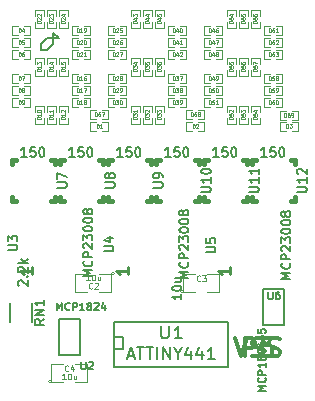
<source format=gto>
G04 (created by PCBNEW (2013-jul-07)-stable) date Wed 01 Apr 2015 12:24:50 PM EDT*
%MOIN*%
G04 Gerber Fmt 3.4, Leading zero omitted, Abs format*
%FSLAX34Y34*%
G01*
G70*
G90*
G04 APERTURE LIST*
%ADD10C,0.00590551*%
%ADD11C,0.01*%
%ADD12C,0.00787402*%
%ADD13C,0.008*%
%ADD14C,0.0039*%
%ADD15C,0.005*%
%ADD16C,0.015*%
%ADD17C,0.0028*%
%ADD18C,0.0043*%
%ADD19C,0.006*%
%ADD20C,0.012*%
%ADD21C,0.0065*%
G04 APERTURE END LIST*
G54D10*
G54D11*
X33361Y-27885D02*
X33361Y-28114D01*
X33361Y-27999D02*
X32961Y-27999D01*
X33019Y-28038D01*
X33057Y-28076D01*
X33076Y-28114D01*
X26761Y-27885D02*
X26761Y-28114D01*
X26761Y-27999D02*
X26361Y-27999D01*
X26419Y-28038D01*
X26457Y-28076D01*
X26476Y-28114D01*
X29961Y-27885D02*
X29961Y-28114D01*
X29961Y-27999D02*
X29561Y-27999D01*
X29619Y-28038D01*
X29657Y-28076D01*
X29676Y-28114D01*
G54D12*
X27251Y-20656D02*
X27055Y-20656D01*
X27448Y-20459D02*
X27251Y-20656D01*
X27448Y-20262D02*
X27448Y-20459D01*
X27645Y-20262D02*
X27448Y-20262D01*
X27448Y-20066D02*
X27645Y-20262D01*
X27448Y-20262D02*
X27448Y-20066D01*
X27251Y-20262D02*
X27448Y-20262D01*
X27055Y-20459D02*
X27251Y-20262D01*
X27055Y-20656D02*
X27055Y-20459D01*
G54D13*
X29500Y-29700D02*
X33300Y-29700D01*
X33300Y-29700D02*
X33300Y-31200D01*
X33300Y-31200D02*
X29500Y-31200D01*
X29500Y-31200D02*
X29500Y-29700D01*
X29500Y-30200D02*
X29800Y-30200D01*
X29800Y-30200D02*
X29800Y-30600D01*
X29800Y-30600D02*
X29500Y-30600D01*
G54D14*
X31800Y-28700D02*
G75*
G03X31800Y-28700I-50J0D01*
G74*
G01*
X32200Y-28700D02*
X31800Y-28700D01*
X31800Y-28700D02*
X31800Y-28100D01*
X31800Y-28100D02*
X32200Y-28100D01*
X32600Y-28100D02*
X33000Y-28100D01*
X33000Y-28100D02*
X33000Y-28700D01*
X33000Y-28700D02*
X32600Y-28700D01*
X29500Y-28100D02*
G75*
G03X29500Y-28100I-50J0D01*
G74*
G01*
X29000Y-28100D02*
X29400Y-28100D01*
X29400Y-28100D02*
X29400Y-28700D01*
X29400Y-28700D02*
X29000Y-28700D01*
X28600Y-28700D02*
X28200Y-28700D01*
X28200Y-28700D02*
X28200Y-28100D01*
X28200Y-28100D02*
X28600Y-28100D01*
X27400Y-31700D02*
G75*
G03X27400Y-31700I-50J0D01*
G74*
G01*
X27800Y-31700D02*
X27400Y-31700D01*
X27400Y-31700D02*
X27400Y-31100D01*
X27400Y-31100D02*
X27800Y-31100D01*
X28200Y-31100D02*
X28600Y-31100D01*
X28600Y-31100D02*
X28600Y-31700D01*
X28600Y-31700D02*
X28200Y-31700D01*
G54D15*
X27650Y-29600D02*
X28350Y-29600D01*
X28350Y-29600D02*
X28350Y-30800D01*
X28350Y-30800D02*
X27650Y-30800D01*
X27650Y-30800D02*
X27650Y-29600D01*
X35150Y-29800D02*
X34450Y-29800D01*
X34450Y-29800D02*
X34450Y-28600D01*
X34450Y-28600D02*
X35150Y-28600D01*
X35150Y-28600D02*
X35150Y-29800D01*
G54D16*
X27508Y-25551D02*
X27508Y-25669D01*
X27508Y-25669D02*
X27390Y-25669D01*
X26091Y-24448D02*
X26091Y-24330D01*
X26091Y-24330D02*
X26209Y-24330D01*
X27390Y-24330D02*
X27508Y-24330D01*
X27508Y-24330D02*
X27508Y-24448D01*
X26091Y-25551D02*
X26091Y-25669D01*
X26091Y-25669D02*
X26209Y-25669D01*
X29108Y-25551D02*
X29108Y-25669D01*
X29108Y-25669D02*
X28990Y-25669D01*
X27691Y-24448D02*
X27691Y-24330D01*
X27691Y-24330D02*
X27809Y-24330D01*
X28990Y-24330D02*
X29108Y-24330D01*
X29108Y-24330D02*
X29108Y-24448D01*
X27691Y-25551D02*
X27691Y-25669D01*
X27691Y-25669D02*
X27809Y-25669D01*
X30708Y-25551D02*
X30708Y-25669D01*
X30708Y-25669D02*
X30590Y-25669D01*
X29291Y-24448D02*
X29291Y-24330D01*
X29291Y-24330D02*
X29409Y-24330D01*
X30590Y-24330D02*
X30708Y-24330D01*
X30708Y-24330D02*
X30708Y-24448D01*
X29291Y-25551D02*
X29291Y-25669D01*
X29291Y-25669D02*
X29409Y-25669D01*
X32308Y-25551D02*
X32308Y-25669D01*
X32308Y-25669D02*
X32190Y-25669D01*
X30891Y-24448D02*
X30891Y-24330D01*
X30891Y-24330D02*
X31009Y-24330D01*
X32190Y-24330D02*
X32308Y-24330D01*
X32308Y-24330D02*
X32308Y-24448D01*
X30891Y-25551D02*
X30891Y-25669D01*
X30891Y-25669D02*
X31009Y-25669D01*
X33908Y-25551D02*
X33908Y-25669D01*
X33908Y-25669D02*
X33790Y-25669D01*
X32491Y-24448D02*
X32491Y-24330D01*
X32491Y-24330D02*
X32609Y-24330D01*
X33790Y-24330D02*
X33908Y-24330D01*
X33908Y-24330D02*
X33908Y-24448D01*
X32491Y-25551D02*
X32491Y-25669D01*
X32491Y-25669D02*
X32609Y-25669D01*
X35508Y-25551D02*
X35508Y-25669D01*
X35508Y-25669D02*
X35390Y-25669D01*
X34091Y-24448D02*
X34091Y-24330D01*
X34091Y-24330D02*
X34209Y-24330D01*
X35390Y-24330D02*
X35508Y-24330D01*
X35508Y-24330D02*
X35508Y-24448D01*
X34091Y-25551D02*
X34091Y-25669D01*
X34091Y-25669D02*
X34209Y-25669D01*
G54D17*
X26500Y-20150D02*
X26700Y-20150D01*
X26700Y-20150D02*
X26700Y-19850D01*
X26700Y-19850D02*
X26500Y-19850D01*
X26300Y-20150D02*
X26100Y-20150D01*
X26100Y-20150D02*
X26100Y-19850D01*
X26100Y-19850D02*
X26300Y-19850D01*
X26500Y-21750D02*
X26700Y-21750D01*
X26700Y-21750D02*
X26700Y-21450D01*
X26700Y-21450D02*
X26500Y-21450D01*
X26300Y-21750D02*
X26100Y-21750D01*
X26100Y-21750D02*
X26100Y-21450D01*
X26100Y-21450D02*
X26300Y-21450D01*
X32900Y-20150D02*
X33100Y-20150D01*
X33100Y-20150D02*
X33100Y-19850D01*
X33100Y-19850D02*
X32900Y-19850D01*
X32700Y-20150D02*
X32500Y-20150D01*
X32500Y-20150D02*
X32500Y-19850D01*
X32500Y-19850D02*
X32700Y-19850D01*
X34050Y-22900D02*
X34050Y-23100D01*
X34050Y-23100D02*
X34350Y-23100D01*
X34350Y-23100D02*
X34350Y-22900D01*
X34050Y-22700D02*
X34050Y-22500D01*
X34050Y-22500D02*
X34350Y-22500D01*
X34350Y-22500D02*
X34350Y-22700D01*
X33950Y-22700D02*
X33950Y-22500D01*
X33950Y-22500D02*
X33650Y-22500D01*
X33650Y-22500D02*
X33650Y-22700D01*
X33950Y-22900D02*
X33950Y-23100D01*
X33950Y-23100D02*
X33650Y-23100D01*
X33650Y-23100D02*
X33650Y-22900D01*
X33250Y-22900D02*
X33250Y-23100D01*
X33250Y-23100D02*
X33550Y-23100D01*
X33550Y-23100D02*
X33550Y-22900D01*
X33250Y-22700D02*
X33250Y-22500D01*
X33250Y-22500D02*
X33550Y-22500D01*
X33550Y-22500D02*
X33550Y-22700D01*
X32900Y-22550D02*
X33100Y-22550D01*
X33100Y-22550D02*
X33100Y-22250D01*
X33100Y-22250D02*
X32900Y-22250D01*
X32700Y-22550D02*
X32500Y-22550D01*
X32500Y-22550D02*
X32500Y-22250D01*
X32500Y-22250D02*
X32700Y-22250D01*
X32700Y-21850D02*
X32500Y-21850D01*
X32500Y-21850D02*
X32500Y-22150D01*
X32500Y-22150D02*
X32700Y-22150D01*
X32900Y-21850D02*
X33100Y-21850D01*
X33100Y-21850D02*
X33100Y-22150D01*
X33100Y-22150D02*
X32900Y-22150D01*
X32900Y-21750D02*
X33100Y-21750D01*
X33100Y-21750D02*
X33100Y-21450D01*
X33100Y-21450D02*
X32900Y-21450D01*
X32700Y-21750D02*
X32500Y-21750D01*
X32500Y-21750D02*
X32500Y-21450D01*
X32500Y-21450D02*
X32700Y-21450D01*
X32900Y-20950D02*
X33100Y-20950D01*
X33100Y-20950D02*
X33100Y-20650D01*
X33100Y-20650D02*
X32900Y-20650D01*
X32700Y-20950D02*
X32500Y-20950D01*
X32500Y-20950D02*
X32500Y-20650D01*
X32500Y-20650D02*
X32700Y-20650D01*
X32700Y-20250D02*
X32500Y-20250D01*
X32500Y-20250D02*
X32500Y-20550D01*
X32500Y-20550D02*
X32700Y-20550D01*
X32900Y-20250D02*
X33100Y-20250D01*
X33100Y-20250D02*
X33100Y-20550D01*
X33100Y-20550D02*
X32900Y-20550D01*
X33950Y-21100D02*
X33950Y-20900D01*
X33950Y-20900D02*
X33650Y-20900D01*
X33650Y-20900D02*
X33650Y-21100D01*
X33950Y-21300D02*
X33950Y-21500D01*
X33950Y-21500D02*
X33650Y-21500D01*
X33650Y-21500D02*
X33650Y-21300D01*
X30850Y-19700D02*
X30850Y-19900D01*
X30850Y-19900D02*
X31150Y-19900D01*
X31150Y-19900D02*
X31150Y-19700D01*
X30850Y-19500D02*
X30850Y-19300D01*
X30850Y-19300D02*
X31150Y-19300D01*
X31150Y-19300D02*
X31150Y-19500D01*
X30750Y-19500D02*
X30750Y-19300D01*
X30750Y-19300D02*
X30450Y-19300D01*
X30450Y-19300D02*
X30450Y-19500D01*
X30750Y-19700D02*
X30750Y-19900D01*
X30750Y-19900D02*
X30450Y-19900D01*
X30450Y-19900D02*
X30450Y-19700D01*
X30050Y-19700D02*
X30050Y-19900D01*
X30050Y-19900D02*
X30350Y-19900D01*
X30350Y-19900D02*
X30350Y-19700D01*
X30050Y-19500D02*
X30050Y-19300D01*
X30050Y-19300D02*
X30350Y-19300D01*
X30350Y-19300D02*
X30350Y-19500D01*
X31700Y-20950D02*
X31900Y-20950D01*
X31900Y-20950D02*
X31900Y-20650D01*
X31900Y-20650D02*
X31700Y-20650D01*
X31500Y-20950D02*
X31300Y-20950D01*
X31300Y-20950D02*
X31300Y-20650D01*
X31300Y-20650D02*
X31500Y-20650D01*
X31500Y-20250D02*
X31300Y-20250D01*
X31300Y-20250D02*
X31300Y-20550D01*
X31300Y-20550D02*
X31500Y-20550D01*
X31700Y-20250D02*
X31900Y-20250D01*
X31900Y-20250D02*
X31900Y-20550D01*
X31900Y-20550D02*
X31700Y-20550D01*
X31700Y-20150D02*
X31900Y-20150D01*
X31900Y-20150D02*
X31900Y-19850D01*
X31900Y-19850D02*
X31700Y-19850D01*
X31500Y-20150D02*
X31300Y-20150D01*
X31300Y-20150D02*
X31300Y-19850D01*
X31300Y-19850D02*
X31500Y-19850D01*
X35421Y-23332D02*
X35621Y-23332D01*
X35621Y-23332D02*
X35621Y-23032D01*
X35621Y-23032D02*
X35421Y-23032D01*
X35221Y-23332D02*
X35021Y-23332D01*
X35021Y-23332D02*
X35021Y-23032D01*
X35021Y-23032D02*
X35221Y-23032D01*
X32300Y-23350D02*
X32500Y-23350D01*
X32500Y-23350D02*
X32500Y-23050D01*
X32500Y-23050D02*
X32300Y-23050D01*
X32100Y-23350D02*
X31900Y-23350D01*
X31900Y-23350D02*
X31900Y-23050D01*
X31900Y-23050D02*
X32100Y-23050D01*
X29100Y-23350D02*
X29300Y-23350D01*
X29300Y-23350D02*
X29300Y-23050D01*
X29300Y-23050D02*
X29100Y-23050D01*
X28900Y-23350D02*
X28700Y-23350D01*
X28700Y-23350D02*
X28700Y-23050D01*
X28700Y-23050D02*
X28900Y-23050D01*
X34050Y-19700D02*
X34050Y-19900D01*
X34050Y-19900D02*
X34350Y-19900D01*
X34350Y-19900D02*
X34350Y-19700D01*
X34050Y-19500D02*
X34050Y-19300D01*
X34050Y-19300D02*
X34350Y-19300D01*
X34350Y-19300D02*
X34350Y-19500D01*
X33950Y-19500D02*
X33950Y-19300D01*
X33950Y-19300D02*
X33650Y-19300D01*
X33650Y-19300D02*
X33650Y-19500D01*
X33950Y-19700D02*
X33950Y-19900D01*
X33950Y-19900D02*
X33650Y-19900D01*
X33650Y-19900D02*
X33650Y-19700D01*
X33250Y-19700D02*
X33250Y-19900D01*
X33250Y-19900D02*
X33550Y-19900D01*
X33550Y-19900D02*
X33550Y-19700D01*
X33250Y-19500D02*
X33250Y-19300D01*
X33250Y-19300D02*
X33550Y-19300D01*
X33550Y-19300D02*
X33550Y-19500D01*
X33250Y-21300D02*
X33250Y-21500D01*
X33250Y-21500D02*
X33550Y-21500D01*
X33550Y-21500D02*
X33550Y-21300D01*
X33250Y-21100D02*
X33250Y-20900D01*
X33250Y-20900D02*
X33550Y-20900D01*
X33550Y-20900D02*
X33550Y-21100D01*
X34900Y-20950D02*
X35100Y-20950D01*
X35100Y-20950D02*
X35100Y-20650D01*
X35100Y-20650D02*
X34900Y-20650D01*
X34700Y-20950D02*
X34500Y-20950D01*
X34500Y-20950D02*
X34500Y-20650D01*
X34500Y-20650D02*
X34700Y-20650D01*
X34700Y-20250D02*
X34500Y-20250D01*
X34500Y-20250D02*
X34500Y-20550D01*
X34500Y-20550D02*
X34700Y-20550D01*
X34900Y-20250D02*
X35100Y-20250D01*
X35100Y-20250D02*
X35100Y-20550D01*
X35100Y-20550D02*
X34900Y-20550D01*
X34900Y-20150D02*
X35100Y-20150D01*
X35100Y-20150D02*
X35100Y-19850D01*
X35100Y-19850D02*
X34900Y-19850D01*
X34700Y-20150D02*
X34500Y-20150D01*
X34500Y-20150D02*
X34500Y-19850D01*
X34500Y-19850D02*
X34700Y-19850D01*
X34900Y-22550D02*
X35100Y-22550D01*
X35100Y-22550D02*
X35100Y-22250D01*
X35100Y-22250D02*
X34900Y-22250D01*
X34700Y-22550D02*
X34500Y-22550D01*
X34500Y-22550D02*
X34500Y-22250D01*
X34500Y-22250D02*
X34700Y-22250D01*
X34700Y-21850D02*
X34500Y-21850D01*
X34500Y-21850D02*
X34500Y-22150D01*
X34500Y-22150D02*
X34700Y-22150D01*
X34900Y-21850D02*
X35100Y-21850D01*
X35100Y-21850D02*
X35100Y-22150D01*
X35100Y-22150D02*
X34900Y-22150D01*
X34900Y-21750D02*
X35100Y-21750D01*
X35100Y-21750D02*
X35100Y-21450D01*
X35100Y-21450D02*
X34900Y-21450D01*
X34700Y-21750D02*
X34500Y-21750D01*
X34500Y-21750D02*
X34500Y-21450D01*
X34500Y-21450D02*
X34700Y-21450D01*
X34050Y-21300D02*
X34050Y-21500D01*
X34050Y-21500D02*
X34350Y-21500D01*
X34350Y-21500D02*
X34350Y-21300D01*
X34050Y-21100D02*
X34050Y-20900D01*
X34050Y-20900D02*
X34350Y-20900D01*
X34350Y-20900D02*
X34350Y-21100D01*
X26850Y-21300D02*
X26850Y-21500D01*
X26850Y-21500D02*
X27150Y-21500D01*
X27150Y-21500D02*
X27150Y-21300D01*
X26850Y-21100D02*
X26850Y-20900D01*
X26850Y-20900D02*
X27150Y-20900D01*
X27150Y-20900D02*
X27150Y-21100D01*
X28500Y-20950D02*
X28700Y-20950D01*
X28700Y-20950D02*
X28700Y-20650D01*
X28700Y-20650D02*
X28500Y-20650D01*
X28300Y-20950D02*
X28100Y-20950D01*
X28100Y-20950D02*
X28100Y-20650D01*
X28100Y-20650D02*
X28300Y-20650D01*
X28300Y-20250D02*
X28100Y-20250D01*
X28100Y-20250D02*
X28100Y-20550D01*
X28100Y-20550D02*
X28300Y-20550D01*
X28500Y-20250D02*
X28700Y-20250D01*
X28700Y-20250D02*
X28700Y-20550D01*
X28700Y-20550D02*
X28500Y-20550D01*
X28500Y-20150D02*
X28700Y-20150D01*
X28700Y-20150D02*
X28700Y-19850D01*
X28700Y-19850D02*
X28500Y-19850D01*
X28300Y-20150D02*
X28100Y-20150D01*
X28100Y-20150D02*
X28100Y-19850D01*
X28100Y-19850D02*
X28300Y-19850D01*
X28500Y-22550D02*
X28700Y-22550D01*
X28700Y-22550D02*
X28700Y-22250D01*
X28700Y-22250D02*
X28500Y-22250D01*
X28300Y-22550D02*
X28100Y-22550D01*
X28100Y-22550D02*
X28100Y-22250D01*
X28100Y-22250D02*
X28300Y-22250D01*
X28300Y-21850D02*
X28100Y-21850D01*
X28100Y-21850D02*
X28100Y-22150D01*
X28100Y-22150D02*
X28300Y-22150D01*
X28500Y-21850D02*
X28700Y-21850D01*
X28700Y-21850D02*
X28700Y-22150D01*
X28700Y-22150D02*
X28500Y-22150D01*
X28500Y-21750D02*
X28700Y-21750D01*
X28700Y-21750D02*
X28700Y-21450D01*
X28700Y-21450D02*
X28500Y-21450D01*
X28300Y-21750D02*
X28100Y-21750D01*
X28100Y-21750D02*
X28100Y-21450D01*
X28100Y-21450D02*
X28300Y-21450D01*
X27650Y-21300D02*
X27650Y-21500D01*
X27650Y-21500D02*
X27950Y-21500D01*
X27950Y-21500D02*
X27950Y-21300D01*
X27650Y-21100D02*
X27650Y-20900D01*
X27650Y-20900D02*
X27950Y-20900D01*
X27950Y-20900D02*
X27950Y-21100D01*
X27550Y-21100D02*
X27550Y-20900D01*
X27550Y-20900D02*
X27250Y-20900D01*
X27250Y-20900D02*
X27250Y-21100D01*
X27550Y-21300D02*
X27550Y-21500D01*
X27550Y-21500D02*
X27250Y-21500D01*
X27250Y-21500D02*
X27250Y-21300D01*
X27650Y-22900D02*
X27650Y-23100D01*
X27650Y-23100D02*
X27950Y-23100D01*
X27950Y-23100D02*
X27950Y-22900D01*
X27650Y-22700D02*
X27650Y-22500D01*
X27650Y-22500D02*
X27950Y-22500D01*
X27950Y-22500D02*
X27950Y-22700D01*
X27550Y-22700D02*
X27550Y-22500D01*
X27550Y-22500D02*
X27250Y-22500D01*
X27250Y-22500D02*
X27250Y-22700D01*
X27550Y-22900D02*
X27550Y-23100D01*
X27550Y-23100D02*
X27250Y-23100D01*
X27250Y-23100D02*
X27250Y-22900D01*
X26850Y-22900D02*
X26850Y-23100D01*
X26850Y-23100D02*
X27150Y-23100D01*
X27150Y-23100D02*
X27150Y-22900D01*
X26850Y-22700D02*
X26850Y-22500D01*
X26850Y-22500D02*
X27150Y-22500D01*
X27150Y-22500D02*
X27150Y-22700D01*
X26500Y-22550D02*
X26700Y-22550D01*
X26700Y-22550D02*
X26700Y-22250D01*
X26700Y-22250D02*
X26500Y-22250D01*
X26300Y-22550D02*
X26100Y-22550D01*
X26100Y-22550D02*
X26100Y-22250D01*
X26100Y-22250D02*
X26300Y-22250D01*
X26300Y-21850D02*
X26100Y-21850D01*
X26100Y-21850D02*
X26100Y-22150D01*
X26100Y-22150D02*
X26300Y-22150D01*
X26500Y-21850D02*
X26700Y-21850D01*
X26700Y-21850D02*
X26700Y-22150D01*
X26700Y-22150D02*
X26500Y-22150D01*
X26500Y-20950D02*
X26700Y-20950D01*
X26700Y-20950D02*
X26700Y-20650D01*
X26700Y-20650D02*
X26500Y-20650D01*
X26300Y-20950D02*
X26100Y-20950D01*
X26100Y-20950D02*
X26100Y-20650D01*
X26100Y-20650D02*
X26300Y-20650D01*
X26300Y-20250D02*
X26100Y-20250D01*
X26100Y-20250D02*
X26100Y-20550D01*
X26100Y-20550D02*
X26300Y-20550D01*
X26500Y-20250D02*
X26700Y-20250D01*
X26700Y-20250D02*
X26700Y-20550D01*
X26700Y-20550D02*
X26500Y-20550D01*
X30050Y-22900D02*
X30050Y-23100D01*
X30050Y-23100D02*
X30350Y-23100D01*
X30350Y-23100D02*
X30350Y-22900D01*
X30050Y-22700D02*
X30050Y-22500D01*
X30050Y-22500D02*
X30350Y-22500D01*
X30350Y-22500D02*
X30350Y-22700D01*
X31700Y-22550D02*
X31900Y-22550D01*
X31900Y-22550D02*
X31900Y-22250D01*
X31900Y-22250D02*
X31700Y-22250D01*
X31500Y-22550D02*
X31300Y-22550D01*
X31300Y-22550D02*
X31300Y-22250D01*
X31300Y-22250D02*
X31500Y-22250D01*
X31500Y-21850D02*
X31300Y-21850D01*
X31300Y-21850D02*
X31300Y-22150D01*
X31300Y-22150D02*
X31500Y-22150D01*
X31700Y-21850D02*
X31900Y-21850D01*
X31900Y-21850D02*
X31900Y-22150D01*
X31900Y-22150D02*
X31700Y-22150D01*
X31700Y-21750D02*
X31900Y-21750D01*
X31900Y-21750D02*
X31900Y-21450D01*
X31900Y-21450D02*
X31700Y-21450D01*
X31500Y-21750D02*
X31300Y-21750D01*
X31300Y-21750D02*
X31300Y-21450D01*
X31300Y-21450D02*
X31500Y-21450D01*
X30850Y-21300D02*
X30850Y-21500D01*
X30850Y-21500D02*
X31150Y-21500D01*
X31150Y-21500D02*
X31150Y-21300D01*
X30850Y-21100D02*
X30850Y-20900D01*
X30850Y-20900D02*
X31150Y-20900D01*
X31150Y-20900D02*
X31150Y-21100D01*
X30750Y-21100D02*
X30750Y-20900D01*
X30750Y-20900D02*
X30450Y-20900D01*
X30450Y-20900D02*
X30450Y-21100D01*
X30750Y-21300D02*
X30750Y-21500D01*
X30750Y-21500D02*
X30450Y-21500D01*
X30450Y-21500D02*
X30450Y-21300D01*
X30050Y-21300D02*
X30050Y-21500D01*
X30050Y-21500D02*
X30350Y-21500D01*
X30350Y-21500D02*
X30350Y-21300D01*
X30050Y-21100D02*
X30050Y-20900D01*
X30050Y-20900D02*
X30350Y-20900D01*
X30350Y-20900D02*
X30350Y-21100D01*
X30850Y-22900D02*
X30850Y-23100D01*
X30850Y-23100D02*
X31150Y-23100D01*
X31150Y-23100D02*
X31150Y-22900D01*
X30850Y-22700D02*
X30850Y-22500D01*
X30850Y-22500D02*
X31150Y-22500D01*
X31150Y-22500D02*
X31150Y-22700D01*
X30750Y-22700D02*
X30750Y-22500D01*
X30750Y-22500D02*
X30450Y-22500D01*
X30450Y-22500D02*
X30450Y-22700D01*
X30750Y-22900D02*
X30750Y-23100D01*
X30750Y-23100D02*
X30450Y-23100D01*
X30450Y-23100D02*
X30450Y-22900D01*
X26850Y-19700D02*
X26850Y-19900D01*
X26850Y-19900D02*
X27150Y-19900D01*
X27150Y-19900D02*
X27150Y-19700D01*
X26850Y-19500D02*
X26850Y-19300D01*
X26850Y-19300D02*
X27150Y-19300D01*
X27150Y-19300D02*
X27150Y-19500D01*
X29700Y-22550D02*
X29900Y-22550D01*
X29900Y-22550D02*
X29900Y-22250D01*
X29900Y-22250D02*
X29700Y-22250D01*
X29500Y-22550D02*
X29300Y-22550D01*
X29300Y-22550D02*
X29300Y-22250D01*
X29300Y-22250D02*
X29500Y-22250D01*
X29500Y-21850D02*
X29300Y-21850D01*
X29300Y-21850D02*
X29300Y-22150D01*
X29300Y-22150D02*
X29500Y-22150D01*
X29700Y-21850D02*
X29900Y-21850D01*
X29900Y-21850D02*
X29900Y-22150D01*
X29900Y-22150D02*
X29700Y-22150D01*
X29700Y-21750D02*
X29900Y-21750D01*
X29900Y-21750D02*
X29900Y-21450D01*
X29900Y-21450D02*
X29700Y-21450D01*
X29500Y-21750D02*
X29300Y-21750D01*
X29300Y-21750D02*
X29300Y-21450D01*
X29300Y-21450D02*
X29500Y-21450D01*
X29700Y-20950D02*
X29900Y-20950D01*
X29900Y-20950D02*
X29900Y-20650D01*
X29900Y-20650D02*
X29700Y-20650D01*
X29500Y-20950D02*
X29300Y-20950D01*
X29300Y-20950D02*
X29300Y-20650D01*
X29300Y-20650D02*
X29500Y-20650D01*
X29500Y-20250D02*
X29300Y-20250D01*
X29300Y-20250D02*
X29300Y-20550D01*
X29300Y-20550D02*
X29500Y-20550D01*
X29700Y-20250D02*
X29900Y-20250D01*
X29900Y-20250D02*
X29900Y-20550D01*
X29900Y-20550D02*
X29700Y-20550D01*
X29700Y-20150D02*
X29900Y-20150D01*
X29900Y-20150D02*
X29900Y-19850D01*
X29900Y-19850D02*
X29700Y-19850D01*
X29500Y-20150D02*
X29300Y-20150D01*
X29300Y-20150D02*
X29300Y-19850D01*
X29300Y-19850D02*
X29500Y-19850D01*
X27650Y-19700D02*
X27650Y-19900D01*
X27650Y-19900D02*
X27950Y-19900D01*
X27950Y-19900D02*
X27950Y-19700D01*
X27650Y-19500D02*
X27650Y-19300D01*
X27650Y-19300D02*
X27950Y-19300D01*
X27950Y-19300D02*
X27950Y-19500D01*
X27550Y-19500D02*
X27550Y-19300D01*
X27550Y-19300D02*
X27250Y-19300D01*
X27250Y-19300D02*
X27250Y-19500D01*
X27550Y-19700D02*
X27550Y-19900D01*
X27550Y-19900D02*
X27250Y-19900D01*
X27250Y-19900D02*
X27250Y-19700D01*
X32100Y-22650D02*
X31900Y-22650D01*
X31900Y-22650D02*
X31900Y-22950D01*
X31900Y-22950D02*
X32100Y-22950D01*
X32300Y-22650D02*
X32500Y-22650D01*
X32500Y-22650D02*
X32500Y-22950D01*
X32500Y-22950D02*
X32300Y-22950D01*
X35212Y-22672D02*
X35012Y-22672D01*
X35012Y-22672D02*
X35012Y-22972D01*
X35012Y-22972D02*
X35212Y-22972D01*
X35412Y-22672D02*
X35612Y-22672D01*
X35612Y-22672D02*
X35612Y-22972D01*
X35612Y-22972D02*
X35412Y-22972D01*
X28900Y-22650D02*
X28700Y-22650D01*
X28700Y-22650D02*
X28700Y-22950D01*
X28700Y-22950D02*
X28900Y-22950D01*
X29100Y-22650D02*
X29300Y-22650D01*
X29300Y-22650D02*
X29300Y-22950D01*
X29300Y-22950D02*
X29100Y-22950D01*
G54D10*
X26766Y-29714D02*
X26766Y-29085D01*
X26033Y-29092D02*
X26033Y-29722D01*
G54D15*
X31057Y-29861D02*
X31057Y-30185D01*
X31078Y-30223D01*
X31100Y-30242D01*
X31142Y-30261D01*
X31228Y-30261D01*
X31271Y-30242D01*
X31292Y-30223D01*
X31314Y-30185D01*
X31314Y-29861D01*
X31764Y-30261D02*
X31507Y-30261D01*
X31635Y-30261D02*
X31635Y-29861D01*
X31592Y-29919D01*
X31550Y-29957D01*
X31507Y-29976D01*
X29952Y-30847D02*
X30142Y-30847D01*
X29914Y-30961D02*
X30047Y-30561D01*
X30180Y-30961D01*
X30257Y-30561D02*
X30485Y-30561D01*
X30371Y-30961D02*
X30371Y-30561D01*
X30561Y-30561D02*
X30790Y-30561D01*
X30676Y-30961D02*
X30676Y-30561D01*
X30923Y-30961D02*
X30923Y-30561D01*
X31114Y-30961D02*
X31114Y-30561D01*
X31342Y-30961D01*
X31342Y-30561D01*
X31609Y-30771D02*
X31609Y-30961D01*
X31476Y-30561D02*
X31609Y-30771D01*
X31742Y-30561D01*
X32047Y-30695D02*
X32047Y-30961D01*
X31952Y-30542D02*
X31857Y-30828D01*
X32104Y-30828D01*
X32428Y-30695D02*
X32428Y-30961D01*
X32333Y-30542D02*
X32238Y-30828D01*
X32485Y-30828D01*
X32847Y-30961D02*
X32619Y-30961D01*
X32733Y-30961D02*
X32733Y-30561D01*
X32695Y-30619D01*
X32657Y-30657D01*
X32619Y-30676D01*
G54D18*
X32367Y-28335D02*
X32357Y-28345D01*
X32329Y-28354D01*
X32310Y-28354D01*
X32282Y-28345D01*
X32263Y-28326D01*
X32254Y-28307D01*
X32245Y-28270D01*
X32245Y-28242D01*
X32254Y-28204D01*
X32263Y-28185D01*
X32282Y-28167D01*
X32310Y-28157D01*
X32329Y-28157D01*
X32357Y-28167D01*
X32367Y-28176D01*
X32432Y-28157D02*
X32554Y-28157D01*
X32489Y-28232D01*
X32517Y-28232D01*
X32536Y-28242D01*
X32545Y-28251D01*
X32554Y-28270D01*
X32554Y-28317D01*
X32545Y-28335D01*
X32536Y-28345D01*
X32517Y-28354D01*
X32460Y-28354D01*
X32442Y-28345D01*
X32432Y-28335D01*
G54D19*
X31734Y-28789D02*
X31734Y-28961D01*
X31734Y-28875D02*
X31434Y-28875D01*
X31476Y-28903D01*
X31505Y-28932D01*
X31519Y-28961D01*
X31434Y-28603D02*
X31434Y-28575D01*
X31448Y-28546D01*
X31462Y-28532D01*
X31491Y-28518D01*
X31548Y-28503D01*
X31619Y-28503D01*
X31676Y-28518D01*
X31705Y-28532D01*
X31719Y-28546D01*
X31734Y-28575D01*
X31734Y-28603D01*
X31719Y-28632D01*
X31705Y-28646D01*
X31676Y-28661D01*
X31619Y-28675D01*
X31548Y-28675D01*
X31491Y-28661D01*
X31462Y-28646D01*
X31448Y-28632D01*
X31434Y-28603D01*
X31534Y-28246D02*
X31734Y-28246D01*
X31534Y-28375D02*
X31691Y-28375D01*
X31719Y-28361D01*
X31734Y-28332D01*
X31734Y-28289D01*
X31719Y-28261D01*
X31705Y-28246D01*
G54D18*
X28767Y-28585D02*
X28757Y-28595D01*
X28729Y-28604D01*
X28710Y-28604D01*
X28682Y-28595D01*
X28663Y-28576D01*
X28654Y-28557D01*
X28645Y-28520D01*
X28645Y-28492D01*
X28654Y-28454D01*
X28663Y-28435D01*
X28682Y-28417D01*
X28710Y-28407D01*
X28729Y-28407D01*
X28757Y-28417D01*
X28767Y-28426D01*
X28842Y-28426D02*
X28851Y-28417D01*
X28870Y-28407D01*
X28917Y-28407D01*
X28936Y-28417D01*
X28945Y-28426D01*
X28954Y-28445D01*
X28954Y-28464D01*
X28945Y-28492D01*
X28832Y-28604D01*
X28954Y-28604D01*
X28673Y-28329D02*
X28560Y-28329D01*
X28617Y-28329D02*
X28617Y-28132D01*
X28598Y-28160D01*
X28579Y-28179D01*
X28560Y-28189D01*
X28795Y-28132D02*
X28814Y-28132D01*
X28832Y-28142D01*
X28842Y-28151D01*
X28851Y-28170D01*
X28860Y-28207D01*
X28860Y-28254D01*
X28851Y-28292D01*
X28842Y-28310D01*
X28832Y-28320D01*
X28814Y-28329D01*
X28795Y-28329D01*
X28776Y-28320D01*
X28767Y-28310D01*
X28757Y-28292D01*
X28748Y-28254D01*
X28748Y-28207D01*
X28757Y-28170D01*
X28767Y-28151D01*
X28776Y-28142D01*
X28795Y-28132D01*
X29029Y-28198D02*
X29029Y-28329D01*
X28945Y-28198D02*
X28945Y-28301D01*
X28954Y-28320D01*
X28973Y-28329D01*
X29001Y-28329D01*
X29020Y-28320D01*
X29029Y-28310D01*
X27967Y-31335D02*
X27957Y-31345D01*
X27929Y-31354D01*
X27910Y-31354D01*
X27882Y-31345D01*
X27863Y-31326D01*
X27854Y-31307D01*
X27845Y-31270D01*
X27845Y-31242D01*
X27854Y-31204D01*
X27863Y-31185D01*
X27882Y-31167D01*
X27910Y-31157D01*
X27929Y-31157D01*
X27957Y-31167D01*
X27967Y-31176D01*
X28136Y-31223D02*
X28136Y-31354D01*
X28089Y-31148D02*
X28042Y-31289D01*
X28164Y-31289D01*
X27873Y-31629D02*
X27760Y-31629D01*
X27817Y-31629D02*
X27817Y-31432D01*
X27798Y-31460D01*
X27779Y-31479D01*
X27760Y-31489D01*
X27995Y-31432D02*
X28014Y-31432D01*
X28032Y-31442D01*
X28042Y-31451D01*
X28051Y-31470D01*
X28060Y-31507D01*
X28060Y-31554D01*
X28051Y-31592D01*
X28042Y-31610D01*
X28032Y-31620D01*
X28014Y-31629D01*
X27995Y-31629D01*
X27976Y-31620D01*
X27967Y-31610D01*
X27957Y-31592D01*
X27948Y-31554D01*
X27948Y-31507D01*
X27957Y-31470D01*
X27967Y-31451D01*
X27976Y-31442D01*
X27995Y-31432D01*
X28229Y-31498D02*
X28229Y-31629D01*
X28145Y-31498D02*
X28145Y-31601D01*
X28154Y-31620D01*
X28173Y-31629D01*
X28201Y-31629D01*
X28220Y-31620D01*
X28229Y-31610D01*
G54D15*
X28400Y-31035D02*
X28400Y-31237D01*
X28411Y-31261D01*
X28423Y-31273D01*
X28447Y-31285D01*
X28495Y-31285D01*
X28519Y-31273D01*
X28531Y-31261D01*
X28542Y-31237D01*
X28542Y-31035D01*
X28650Y-31059D02*
X28661Y-31047D01*
X28685Y-31035D01*
X28745Y-31035D01*
X28769Y-31047D01*
X28781Y-31059D01*
X28792Y-31083D01*
X28792Y-31106D01*
X28781Y-31142D01*
X28638Y-31285D01*
X28792Y-31285D01*
X27584Y-29316D02*
X27584Y-29066D01*
X27667Y-29245D01*
X27750Y-29066D01*
X27750Y-29316D01*
X28012Y-29293D02*
X28000Y-29305D01*
X27965Y-29316D01*
X27941Y-29316D01*
X27905Y-29305D01*
X27881Y-29281D01*
X27869Y-29257D01*
X27857Y-29209D01*
X27857Y-29174D01*
X27869Y-29126D01*
X27881Y-29102D01*
X27905Y-29078D01*
X27941Y-29066D01*
X27965Y-29066D01*
X28000Y-29078D01*
X28012Y-29090D01*
X28119Y-29316D02*
X28119Y-29066D01*
X28215Y-29066D01*
X28238Y-29078D01*
X28250Y-29090D01*
X28262Y-29114D01*
X28262Y-29150D01*
X28250Y-29174D01*
X28238Y-29185D01*
X28215Y-29197D01*
X28119Y-29197D01*
X28500Y-29316D02*
X28357Y-29316D01*
X28429Y-29316D02*
X28429Y-29066D01*
X28405Y-29102D01*
X28381Y-29126D01*
X28357Y-29138D01*
X28643Y-29174D02*
X28619Y-29162D01*
X28607Y-29150D01*
X28596Y-29126D01*
X28596Y-29114D01*
X28607Y-29090D01*
X28619Y-29078D01*
X28643Y-29066D01*
X28691Y-29066D01*
X28715Y-29078D01*
X28727Y-29090D01*
X28738Y-29114D01*
X28738Y-29126D01*
X28727Y-29150D01*
X28715Y-29162D01*
X28691Y-29174D01*
X28643Y-29174D01*
X28619Y-29185D01*
X28607Y-29197D01*
X28596Y-29221D01*
X28596Y-29269D01*
X28607Y-29293D01*
X28619Y-29305D01*
X28643Y-29316D01*
X28691Y-29316D01*
X28715Y-29305D01*
X28727Y-29293D01*
X28738Y-29269D01*
X28738Y-29221D01*
X28727Y-29197D01*
X28715Y-29185D01*
X28691Y-29174D01*
X28834Y-29090D02*
X28846Y-29078D01*
X28869Y-29066D01*
X28929Y-29066D01*
X28953Y-29078D01*
X28965Y-29090D01*
X28977Y-29114D01*
X28977Y-29138D01*
X28965Y-29174D01*
X28822Y-29316D01*
X28977Y-29316D01*
X29191Y-29150D02*
X29191Y-29316D01*
X29131Y-29055D02*
X29072Y-29233D01*
X29227Y-29233D01*
G54D20*
X33854Y-30860D02*
X33854Y-30260D01*
X34083Y-30260D01*
X34140Y-30288D01*
X34169Y-30317D01*
X34197Y-30374D01*
X34197Y-30460D01*
X34169Y-30517D01*
X34140Y-30545D01*
X34083Y-30574D01*
X33854Y-30574D01*
X34740Y-30260D02*
X34454Y-30260D01*
X34426Y-30545D01*
X34454Y-30517D01*
X34511Y-30488D01*
X34654Y-30488D01*
X34711Y-30517D01*
X34740Y-30545D01*
X34769Y-30603D01*
X34769Y-30745D01*
X34740Y-30803D01*
X34711Y-30831D01*
X34654Y-30860D01*
X34511Y-30860D01*
X34454Y-30831D01*
X34426Y-30803D01*
X33526Y-30260D02*
X33726Y-30860D01*
X33926Y-30260D01*
X34097Y-30831D02*
X34183Y-30860D01*
X34326Y-30860D01*
X34383Y-30831D01*
X34411Y-30803D01*
X34440Y-30745D01*
X34440Y-30688D01*
X34411Y-30631D01*
X34383Y-30603D01*
X34326Y-30574D01*
X34211Y-30545D01*
X34154Y-30517D01*
X34126Y-30488D01*
X34097Y-30431D01*
X34097Y-30374D01*
X34126Y-30317D01*
X34154Y-30288D01*
X34211Y-30260D01*
X34354Y-30260D01*
X34440Y-30288D01*
X34669Y-30831D02*
X34754Y-30860D01*
X34897Y-30860D01*
X34954Y-30831D01*
X34983Y-30803D01*
X35011Y-30745D01*
X35011Y-30688D01*
X34983Y-30631D01*
X34954Y-30603D01*
X34897Y-30574D01*
X34783Y-30545D01*
X34726Y-30517D01*
X34697Y-30488D01*
X34669Y-30431D01*
X34669Y-30374D01*
X34697Y-30317D01*
X34726Y-30288D01*
X34783Y-30260D01*
X34926Y-30260D01*
X35011Y-30288D01*
G54D15*
X34629Y-28701D02*
X34629Y-28903D01*
X34641Y-28927D01*
X34653Y-28939D01*
X34677Y-28951D01*
X34724Y-28951D01*
X34748Y-28939D01*
X34760Y-28927D01*
X34772Y-28903D01*
X34772Y-28701D01*
X34998Y-28701D02*
X34950Y-28701D01*
X34927Y-28713D01*
X34915Y-28725D01*
X34891Y-28760D01*
X34879Y-28808D01*
X34879Y-28903D01*
X34891Y-28927D01*
X34903Y-28939D01*
X34927Y-28951D01*
X34974Y-28951D01*
X34998Y-28939D01*
X35010Y-28927D01*
X35022Y-28903D01*
X35022Y-28844D01*
X35010Y-28820D01*
X34998Y-28808D01*
X34974Y-28796D01*
X34927Y-28796D01*
X34903Y-28808D01*
X34891Y-28820D01*
X34879Y-28844D01*
X34541Y-32003D02*
X34291Y-32003D01*
X34469Y-31920D01*
X34291Y-31837D01*
X34541Y-31837D01*
X34517Y-31575D02*
X34529Y-31587D01*
X34541Y-31622D01*
X34541Y-31646D01*
X34529Y-31682D01*
X34505Y-31706D01*
X34481Y-31718D01*
X34434Y-31730D01*
X34398Y-31730D01*
X34350Y-31718D01*
X34326Y-31706D01*
X34303Y-31682D01*
X34291Y-31646D01*
X34291Y-31622D01*
X34303Y-31587D01*
X34315Y-31575D01*
X34541Y-31468D02*
X34291Y-31468D01*
X34291Y-31372D01*
X34303Y-31349D01*
X34315Y-31337D01*
X34338Y-31325D01*
X34374Y-31325D01*
X34398Y-31337D01*
X34410Y-31349D01*
X34422Y-31372D01*
X34422Y-31468D01*
X34541Y-31087D02*
X34541Y-31230D01*
X34541Y-31158D02*
X34291Y-31158D01*
X34326Y-31182D01*
X34350Y-31206D01*
X34362Y-31230D01*
X34398Y-30944D02*
X34386Y-30968D01*
X34374Y-30980D01*
X34350Y-30991D01*
X34338Y-30991D01*
X34315Y-30980D01*
X34303Y-30968D01*
X34291Y-30944D01*
X34291Y-30896D01*
X34303Y-30872D01*
X34315Y-30860D01*
X34338Y-30849D01*
X34350Y-30849D01*
X34374Y-30860D01*
X34386Y-30872D01*
X34398Y-30896D01*
X34398Y-30944D01*
X34410Y-30968D01*
X34422Y-30980D01*
X34445Y-30991D01*
X34493Y-30991D01*
X34517Y-30980D01*
X34529Y-30968D01*
X34541Y-30944D01*
X34541Y-30896D01*
X34529Y-30872D01*
X34517Y-30860D01*
X34493Y-30849D01*
X34445Y-30849D01*
X34422Y-30860D01*
X34410Y-30872D01*
X34398Y-30896D01*
X34291Y-30694D02*
X34291Y-30670D01*
X34303Y-30646D01*
X34315Y-30634D01*
X34338Y-30622D01*
X34386Y-30610D01*
X34445Y-30610D01*
X34493Y-30622D01*
X34517Y-30634D01*
X34529Y-30646D01*
X34541Y-30670D01*
X34541Y-30694D01*
X34529Y-30718D01*
X34517Y-30730D01*
X34493Y-30741D01*
X34445Y-30753D01*
X34386Y-30753D01*
X34338Y-30741D01*
X34315Y-30730D01*
X34303Y-30718D01*
X34291Y-30694D01*
X34374Y-30396D02*
X34541Y-30396D01*
X34279Y-30456D02*
X34457Y-30515D01*
X34457Y-30360D01*
X34374Y-30289D02*
X34541Y-30230D01*
X34374Y-30170D01*
X34291Y-29956D02*
X34291Y-30075D01*
X34410Y-30087D01*
X34398Y-30075D01*
X34386Y-30051D01*
X34386Y-29991D01*
X34398Y-29968D01*
X34410Y-29956D01*
X34434Y-29944D01*
X34493Y-29944D01*
X34517Y-29956D01*
X34529Y-29968D01*
X34541Y-29991D01*
X34541Y-30051D01*
X34529Y-30075D01*
X34517Y-30087D01*
G54D19*
X27593Y-25236D02*
X27852Y-25236D01*
X27883Y-25221D01*
X27898Y-25206D01*
X27913Y-25177D01*
X27913Y-25118D01*
X27898Y-25088D01*
X27883Y-25073D01*
X27852Y-25059D01*
X27593Y-25059D01*
X27593Y-24940D02*
X27593Y-24734D01*
X27913Y-24867D01*
X26580Y-24201D02*
X26403Y-24201D01*
X26491Y-24201D02*
X26491Y-23881D01*
X26462Y-23927D01*
X26432Y-23958D01*
X26403Y-23973D01*
X26860Y-23881D02*
X26713Y-23881D01*
X26698Y-24034D01*
X26713Y-24019D01*
X26742Y-24003D01*
X26816Y-24003D01*
X26846Y-24019D01*
X26860Y-24034D01*
X26875Y-24064D01*
X26875Y-24141D01*
X26860Y-24171D01*
X26846Y-24186D01*
X26816Y-24201D01*
X26742Y-24201D01*
X26713Y-24186D01*
X26698Y-24171D01*
X27067Y-23881D02*
X27097Y-23881D01*
X27126Y-23897D01*
X27141Y-23912D01*
X27156Y-23942D01*
X27170Y-24003D01*
X27170Y-24080D01*
X27156Y-24141D01*
X27141Y-24171D01*
X27126Y-24186D01*
X27097Y-24201D01*
X27067Y-24201D01*
X27037Y-24186D01*
X27023Y-24171D01*
X27008Y-24141D01*
X26993Y-24080D01*
X26993Y-24003D01*
X27008Y-23942D01*
X27023Y-23912D01*
X27037Y-23897D01*
X27067Y-23881D01*
X29193Y-25236D02*
X29452Y-25236D01*
X29483Y-25221D01*
X29498Y-25206D01*
X29513Y-25177D01*
X29513Y-25118D01*
X29498Y-25088D01*
X29483Y-25073D01*
X29452Y-25059D01*
X29193Y-25059D01*
X29330Y-24867D02*
X29315Y-24896D01*
X29300Y-24911D01*
X29269Y-24926D01*
X29254Y-24926D01*
X29224Y-24911D01*
X29209Y-24896D01*
X29193Y-24867D01*
X29193Y-24808D01*
X29209Y-24778D01*
X29224Y-24763D01*
X29254Y-24749D01*
X29269Y-24749D01*
X29300Y-24763D01*
X29315Y-24778D01*
X29330Y-24808D01*
X29330Y-24867D01*
X29346Y-24896D01*
X29361Y-24911D01*
X29391Y-24926D01*
X29452Y-24926D01*
X29483Y-24911D01*
X29498Y-24896D01*
X29513Y-24867D01*
X29513Y-24808D01*
X29498Y-24778D01*
X29483Y-24763D01*
X29452Y-24749D01*
X29391Y-24749D01*
X29361Y-24763D01*
X29346Y-24778D01*
X29330Y-24808D01*
X28180Y-24201D02*
X28003Y-24201D01*
X28091Y-24201D02*
X28091Y-23881D01*
X28062Y-23927D01*
X28032Y-23958D01*
X28003Y-23973D01*
X28460Y-23881D02*
X28313Y-23881D01*
X28298Y-24034D01*
X28313Y-24019D01*
X28342Y-24003D01*
X28416Y-24003D01*
X28446Y-24019D01*
X28460Y-24034D01*
X28475Y-24064D01*
X28475Y-24141D01*
X28460Y-24171D01*
X28446Y-24186D01*
X28416Y-24201D01*
X28342Y-24201D01*
X28313Y-24186D01*
X28298Y-24171D01*
X28667Y-23881D02*
X28697Y-23881D01*
X28726Y-23897D01*
X28741Y-23912D01*
X28756Y-23942D01*
X28770Y-24003D01*
X28770Y-24080D01*
X28756Y-24141D01*
X28741Y-24171D01*
X28726Y-24186D01*
X28697Y-24201D01*
X28667Y-24201D01*
X28637Y-24186D01*
X28623Y-24171D01*
X28608Y-24141D01*
X28593Y-24080D01*
X28593Y-24003D01*
X28608Y-23942D01*
X28623Y-23912D01*
X28637Y-23897D01*
X28667Y-23881D01*
X30793Y-25236D02*
X31052Y-25236D01*
X31083Y-25221D01*
X31098Y-25206D01*
X31113Y-25177D01*
X31113Y-25118D01*
X31098Y-25088D01*
X31083Y-25073D01*
X31052Y-25059D01*
X30793Y-25059D01*
X31113Y-24896D02*
X31113Y-24837D01*
X31098Y-24808D01*
X31083Y-24793D01*
X31037Y-24763D01*
X30976Y-24749D01*
X30854Y-24749D01*
X30824Y-24763D01*
X30809Y-24778D01*
X30793Y-24808D01*
X30793Y-24867D01*
X30809Y-24896D01*
X30824Y-24911D01*
X30854Y-24926D01*
X30930Y-24926D01*
X30961Y-24911D01*
X30976Y-24896D01*
X30991Y-24867D01*
X30991Y-24808D01*
X30976Y-24778D01*
X30961Y-24763D01*
X30930Y-24749D01*
X29780Y-24201D02*
X29603Y-24201D01*
X29691Y-24201D02*
X29691Y-23881D01*
X29662Y-23927D01*
X29632Y-23958D01*
X29603Y-23973D01*
X30060Y-23881D02*
X29913Y-23881D01*
X29898Y-24034D01*
X29913Y-24019D01*
X29942Y-24003D01*
X30016Y-24003D01*
X30046Y-24019D01*
X30060Y-24034D01*
X30075Y-24064D01*
X30075Y-24141D01*
X30060Y-24171D01*
X30046Y-24186D01*
X30016Y-24201D01*
X29942Y-24201D01*
X29913Y-24186D01*
X29898Y-24171D01*
X30267Y-23881D02*
X30297Y-23881D01*
X30326Y-23897D01*
X30341Y-23912D01*
X30356Y-23942D01*
X30370Y-24003D01*
X30370Y-24080D01*
X30356Y-24141D01*
X30341Y-24171D01*
X30326Y-24186D01*
X30297Y-24201D01*
X30267Y-24201D01*
X30237Y-24186D01*
X30223Y-24171D01*
X30208Y-24141D01*
X30193Y-24080D01*
X30193Y-24003D01*
X30208Y-23942D01*
X30223Y-23912D01*
X30237Y-23897D01*
X30267Y-23881D01*
X32393Y-25383D02*
X32652Y-25383D01*
X32683Y-25369D01*
X32698Y-25354D01*
X32713Y-25324D01*
X32713Y-25265D01*
X32698Y-25236D01*
X32683Y-25221D01*
X32652Y-25206D01*
X32393Y-25206D01*
X32713Y-24896D02*
X32713Y-25073D01*
X32713Y-24985D02*
X32393Y-24985D01*
X32439Y-25014D01*
X32469Y-25044D01*
X32485Y-25073D01*
X32393Y-24704D02*
X32393Y-24675D01*
X32409Y-24645D01*
X32424Y-24630D01*
X32454Y-24616D01*
X32515Y-24601D01*
X32591Y-24601D01*
X32652Y-24616D01*
X32683Y-24630D01*
X32698Y-24645D01*
X32713Y-24675D01*
X32713Y-24704D01*
X32698Y-24734D01*
X32683Y-24749D01*
X32652Y-24763D01*
X32591Y-24778D01*
X32515Y-24778D01*
X32454Y-24763D01*
X32424Y-24749D01*
X32409Y-24734D01*
X32393Y-24704D01*
X31380Y-24201D02*
X31203Y-24201D01*
X31291Y-24201D02*
X31291Y-23881D01*
X31262Y-23927D01*
X31232Y-23958D01*
X31203Y-23973D01*
X31660Y-23881D02*
X31513Y-23881D01*
X31498Y-24034D01*
X31513Y-24019D01*
X31542Y-24003D01*
X31616Y-24003D01*
X31646Y-24019D01*
X31660Y-24034D01*
X31675Y-24064D01*
X31675Y-24141D01*
X31660Y-24171D01*
X31646Y-24186D01*
X31616Y-24201D01*
X31542Y-24201D01*
X31513Y-24186D01*
X31498Y-24171D01*
X31867Y-23881D02*
X31897Y-23881D01*
X31926Y-23897D01*
X31941Y-23912D01*
X31956Y-23942D01*
X31970Y-24003D01*
X31970Y-24080D01*
X31956Y-24141D01*
X31941Y-24171D01*
X31926Y-24186D01*
X31897Y-24201D01*
X31867Y-24201D01*
X31837Y-24186D01*
X31823Y-24171D01*
X31808Y-24141D01*
X31793Y-24080D01*
X31793Y-24003D01*
X31808Y-23942D01*
X31823Y-23912D01*
X31837Y-23897D01*
X31867Y-23881D01*
X33993Y-25383D02*
X34252Y-25383D01*
X34283Y-25369D01*
X34298Y-25354D01*
X34313Y-25324D01*
X34313Y-25265D01*
X34298Y-25236D01*
X34283Y-25221D01*
X34252Y-25206D01*
X33993Y-25206D01*
X34313Y-24896D02*
X34313Y-25073D01*
X34313Y-24985D02*
X33993Y-24985D01*
X34039Y-25014D01*
X34069Y-25044D01*
X34085Y-25073D01*
X34313Y-24601D02*
X34313Y-24778D01*
X34313Y-24690D02*
X33993Y-24690D01*
X34039Y-24719D01*
X34069Y-24749D01*
X34085Y-24778D01*
X32980Y-24201D02*
X32803Y-24201D01*
X32891Y-24201D02*
X32891Y-23881D01*
X32862Y-23927D01*
X32832Y-23958D01*
X32803Y-23973D01*
X33260Y-23881D02*
X33113Y-23881D01*
X33098Y-24034D01*
X33113Y-24019D01*
X33142Y-24003D01*
X33216Y-24003D01*
X33246Y-24019D01*
X33260Y-24034D01*
X33275Y-24064D01*
X33275Y-24141D01*
X33260Y-24171D01*
X33246Y-24186D01*
X33216Y-24201D01*
X33142Y-24201D01*
X33113Y-24186D01*
X33098Y-24171D01*
X33467Y-23881D02*
X33497Y-23881D01*
X33526Y-23897D01*
X33541Y-23912D01*
X33556Y-23942D01*
X33570Y-24003D01*
X33570Y-24080D01*
X33556Y-24141D01*
X33541Y-24171D01*
X33526Y-24186D01*
X33497Y-24201D01*
X33467Y-24201D01*
X33437Y-24186D01*
X33423Y-24171D01*
X33408Y-24141D01*
X33393Y-24080D01*
X33393Y-24003D01*
X33408Y-23942D01*
X33423Y-23912D01*
X33437Y-23897D01*
X33467Y-23881D01*
X35593Y-25383D02*
X35852Y-25383D01*
X35883Y-25369D01*
X35898Y-25354D01*
X35913Y-25324D01*
X35913Y-25265D01*
X35898Y-25236D01*
X35883Y-25221D01*
X35852Y-25206D01*
X35593Y-25206D01*
X35913Y-24896D02*
X35913Y-25073D01*
X35913Y-24985D02*
X35593Y-24985D01*
X35639Y-25014D01*
X35669Y-25044D01*
X35685Y-25073D01*
X35624Y-24778D02*
X35609Y-24763D01*
X35593Y-24734D01*
X35593Y-24660D01*
X35609Y-24630D01*
X35624Y-24616D01*
X35654Y-24601D01*
X35685Y-24601D01*
X35730Y-24616D01*
X35913Y-24793D01*
X35913Y-24601D01*
X34580Y-24201D02*
X34403Y-24201D01*
X34491Y-24201D02*
X34491Y-23881D01*
X34462Y-23927D01*
X34432Y-23958D01*
X34403Y-23973D01*
X34860Y-23881D02*
X34713Y-23881D01*
X34698Y-24034D01*
X34713Y-24019D01*
X34742Y-24003D01*
X34816Y-24003D01*
X34846Y-24019D01*
X34860Y-24034D01*
X34875Y-24064D01*
X34875Y-24141D01*
X34860Y-24171D01*
X34846Y-24186D01*
X34816Y-24201D01*
X34742Y-24201D01*
X34713Y-24186D01*
X34698Y-24171D01*
X35067Y-23881D02*
X35097Y-23881D01*
X35126Y-23897D01*
X35141Y-23912D01*
X35156Y-23942D01*
X35170Y-24003D01*
X35170Y-24080D01*
X35156Y-24141D01*
X35141Y-24171D01*
X35126Y-24186D01*
X35097Y-24201D01*
X35067Y-24201D01*
X35037Y-24186D01*
X35023Y-24171D01*
X35008Y-24141D01*
X34993Y-24080D01*
X34993Y-24003D01*
X35008Y-23942D01*
X35023Y-23912D01*
X35037Y-23897D01*
X35067Y-23881D01*
G54D17*
X26311Y-20055D02*
X26311Y-19917D01*
X26340Y-19917D01*
X26357Y-19924D01*
X26368Y-19937D01*
X26374Y-19950D01*
X26380Y-19977D01*
X26380Y-19996D01*
X26374Y-20023D01*
X26368Y-20036D01*
X26357Y-20049D01*
X26340Y-20055D01*
X26311Y-20055D01*
X26482Y-19963D02*
X26482Y-20055D01*
X26454Y-19911D02*
X26425Y-20009D01*
X26500Y-20009D01*
X26311Y-21655D02*
X26311Y-21517D01*
X26340Y-21517D01*
X26357Y-21524D01*
X26368Y-21537D01*
X26374Y-21550D01*
X26380Y-21577D01*
X26380Y-21596D01*
X26374Y-21623D01*
X26368Y-21636D01*
X26357Y-21649D01*
X26340Y-21655D01*
X26311Y-21655D01*
X26420Y-21517D02*
X26500Y-21517D01*
X26448Y-21655D01*
X32654Y-20055D02*
X32654Y-19917D01*
X32682Y-19917D01*
X32700Y-19924D01*
X32711Y-19937D01*
X32717Y-19950D01*
X32722Y-19977D01*
X32722Y-19996D01*
X32717Y-20023D01*
X32711Y-20036D01*
X32700Y-20049D01*
X32682Y-20055D01*
X32654Y-20055D01*
X32825Y-19963D02*
X32825Y-20055D01*
X32797Y-19911D02*
X32768Y-20009D01*
X32842Y-20009D01*
X32940Y-19917D02*
X32917Y-19917D01*
X32905Y-19924D01*
X32900Y-19931D01*
X32888Y-19950D01*
X32882Y-19977D01*
X32882Y-20029D01*
X32888Y-20042D01*
X32894Y-20049D01*
X32905Y-20055D01*
X32928Y-20055D01*
X32940Y-20049D01*
X32945Y-20042D01*
X32951Y-20029D01*
X32951Y-19996D01*
X32945Y-19983D01*
X32940Y-19977D01*
X32928Y-19970D01*
X32905Y-19970D01*
X32894Y-19977D01*
X32888Y-19983D01*
X32882Y-19996D01*
X34255Y-22945D02*
X34117Y-22945D01*
X34117Y-22917D01*
X34124Y-22900D01*
X34137Y-22888D01*
X34150Y-22882D01*
X34177Y-22877D01*
X34196Y-22877D01*
X34223Y-22882D01*
X34236Y-22888D01*
X34249Y-22900D01*
X34255Y-22917D01*
X34255Y-22945D01*
X34117Y-22768D02*
X34117Y-22825D01*
X34183Y-22831D01*
X34177Y-22825D01*
X34170Y-22814D01*
X34170Y-22785D01*
X34177Y-22774D01*
X34183Y-22768D01*
X34196Y-22762D01*
X34229Y-22762D01*
X34242Y-22768D01*
X34249Y-22774D01*
X34255Y-22785D01*
X34255Y-22814D01*
X34249Y-22825D01*
X34242Y-22831D01*
X34163Y-22660D02*
X34255Y-22660D01*
X34111Y-22688D02*
X34209Y-22717D01*
X34209Y-22642D01*
X33855Y-22945D02*
X33717Y-22945D01*
X33717Y-22917D01*
X33724Y-22900D01*
X33737Y-22888D01*
X33750Y-22882D01*
X33777Y-22877D01*
X33796Y-22877D01*
X33823Y-22882D01*
X33836Y-22888D01*
X33849Y-22900D01*
X33855Y-22917D01*
X33855Y-22945D01*
X33717Y-22768D02*
X33717Y-22825D01*
X33783Y-22831D01*
X33777Y-22825D01*
X33770Y-22814D01*
X33770Y-22785D01*
X33777Y-22774D01*
X33783Y-22768D01*
X33796Y-22762D01*
X33829Y-22762D01*
X33842Y-22768D01*
X33849Y-22774D01*
X33855Y-22785D01*
X33855Y-22814D01*
X33849Y-22825D01*
X33842Y-22831D01*
X33717Y-22722D02*
X33717Y-22648D01*
X33770Y-22688D01*
X33770Y-22671D01*
X33777Y-22660D01*
X33783Y-22654D01*
X33796Y-22648D01*
X33829Y-22648D01*
X33842Y-22654D01*
X33849Y-22660D01*
X33855Y-22671D01*
X33855Y-22705D01*
X33849Y-22717D01*
X33842Y-22722D01*
X33455Y-22945D02*
X33317Y-22945D01*
X33317Y-22917D01*
X33324Y-22900D01*
X33337Y-22888D01*
X33350Y-22882D01*
X33377Y-22877D01*
X33396Y-22877D01*
X33423Y-22882D01*
X33436Y-22888D01*
X33449Y-22900D01*
X33455Y-22917D01*
X33455Y-22945D01*
X33317Y-22768D02*
X33317Y-22825D01*
X33383Y-22831D01*
X33377Y-22825D01*
X33370Y-22814D01*
X33370Y-22785D01*
X33377Y-22774D01*
X33383Y-22768D01*
X33396Y-22762D01*
X33429Y-22762D01*
X33442Y-22768D01*
X33449Y-22774D01*
X33455Y-22785D01*
X33455Y-22814D01*
X33449Y-22825D01*
X33442Y-22831D01*
X33331Y-22717D02*
X33324Y-22711D01*
X33317Y-22700D01*
X33317Y-22671D01*
X33324Y-22660D01*
X33331Y-22654D01*
X33344Y-22648D01*
X33357Y-22648D01*
X33377Y-22654D01*
X33455Y-22722D01*
X33455Y-22648D01*
X32654Y-22455D02*
X32654Y-22317D01*
X32682Y-22317D01*
X32700Y-22324D01*
X32711Y-22337D01*
X32717Y-22350D01*
X32722Y-22377D01*
X32722Y-22396D01*
X32717Y-22423D01*
X32711Y-22436D01*
X32700Y-22449D01*
X32682Y-22455D01*
X32654Y-22455D01*
X32831Y-22317D02*
X32774Y-22317D01*
X32768Y-22383D01*
X32774Y-22377D01*
X32785Y-22370D01*
X32814Y-22370D01*
X32825Y-22377D01*
X32831Y-22383D01*
X32837Y-22396D01*
X32837Y-22429D01*
X32831Y-22442D01*
X32825Y-22449D01*
X32814Y-22455D01*
X32785Y-22455D01*
X32774Y-22449D01*
X32768Y-22442D01*
X32951Y-22455D02*
X32882Y-22455D01*
X32917Y-22455D02*
X32917Y-22317D01*
X32905Y-22337D01*
X32894Y-22350D01*
X32882Y-22357D01*
X32654Y-22055D02*
X32654Y-21917D01*
X32682Y-21917D01*
X32700Y-21924D01*
X32711Y-21937D01*
X32717Y-21950D01*
X32722Y-21977D01*
X32722Y-21996D01*
X32717Y-22023D01*
X32711Y-22036D01*
X32700Y-22049D01*
X32682Y-22055D01*
X32654Y-22055D01*
X32831Y-21917D02*
X32774Y-21917D01*
X32768Y-21983D01*
X32774Y-21977D01*
X32785Y-21970D01*
X32814Y-21970D01*
X32825Y-21977D01*
X32831Y-21983D01*
X32837Y-21996D01*
X32837Y-22029D01*
X32831Y-22042D01*
X32825Y-22049D01*
X32814Y-22055D01*
X32785Y-22055D01*
X32774Y-22049D01*
X32768Y-22042D01*
X32911Y-21917D02*
X32922Y-21917D01*
X32934Y-21924D01*
X32940Y-21931D01*
X32945Y-21944D01*
X32951Y-21970D01*
X32951Y-22003D01*
X32945Y-22029D01*
X32940Y-22042D01*
X32934Y-22049D01*
X32922Y-22055D01*
X32911Y-22055D01*
X32900Y-22049D01*
X32894Y-22042D01*
X32888Y-22029D01*
X32882Y-22003D01*
X32882Y-21970D01*
X32888Y-21944D01*
X32894Y-21931D01*
X32900Y-21924D01*
X32911Y-21917D01*
X32654Y-21655D02*
X32654Y-21517D01*
X32682Y-21517D01*
X32700Y-21524D01*
X32711Y-21537D01*
X32717Y-21550D01*
X32722Y-21577D01*
X32722Y-21596D01*
X32717Y-21623D01*
X32711Y-21636D01*
X32700Y-21649D01*
X32682Y-21655D01*
X32654Y-21655D01*
X32825Y-21563D02*
X32825Y-21655D01*
X32797Y-21511D02*
X32768Y-21609D01*
X32842Y-21609D01*
X32894Y-21655D02*
X32917Y-21655D01*
X32928Y-21649D01*
X32934Y-21642D01*
X32945Y-21623D01*
X32951Y-21596D01*
X32951Y-21544D01*
X32945Y-21531D01*
X32940Y-21524D01*
X32928Y-21517D01*
X32905Y-21517D01*
X32894Y-21524D01*
X32888Y-21531D01*
X32882Y-21544D01*
X32882Y-21577D01*
X32888Y-21590D01*
X32894Y-21596D01*
X32905Y-21603D01*
X32928Y-21603D01*
X32940Y-21596D01*
X32945Y-21590D01*
X32951Y-21577D01*
X32654Y-20855D02*
X32654Y-20717D01*
X32682Y-20717D01*
X32700Y-20724D01*
X32711Y-20737D01*
X32717Y-20750D01*
X32722Y-20777D01*
X32722Y-20796D01*
X32717Y-20823D01*
X32711Y-20836D01*
X32700Y-20849D01*
X32682Y-20855D01*
X32654Y-20855D01*
X32825Y-20763D02*
X32825Y-20855D01*
X32797Y-20711D02*
X32768Y-20809D01*
X32842Y-20809D01*
X32905Y-20777D02*
X32894Y-20770D01*
X32888Y-20763D01*
X32882Y-20750D01*
X32882Y-20744D01*
X32888Y-20731D01*
X32894Y-20724D01*
X32905Y-20717D01*
X32928Y-20717D01*
X32940Y-20724D01*
X32945Y-20731D01*
X32951Y-20744D01*
X32951Y-20750D01*
X32945Y-20763D01*
X32940Y-20770D01*
X32928Y-20777D01*
X32905Y-20777D01*
X32894Y-20783D01*
X32888Y-20790D01*
X32882Y-20803D01*
X32882Y-20829D01*
X32888Y-20842D01*
X32894Y-20849D01*
X32905Y-20855D01*
X32928Y-20855D01*
X32940Y-20849D01*
X32945Y-20842D01*
X32951Y-20829D01*
X32951Y-20803D01*
X32945Y-20790D01*
X32940Y-20783D01*
X32928Y-20777D01*
X32654Y-20455D02*
X32654Y-20317D01*
X32682Y-20317D01*
X32700Y-20324D01*
X32711Y-20337D01*
X32717Y-20350D01*
X32722Y-20377D01*
X32722Y-20396D01*
X32717Y-20423D01*
X32711Y-20436D01*
X32700Y-20449D01*
X32682Y-20455D01*
X32654Y-20455D01*
X32825Y-20363D02*
X32825Y-20455D01*
X32797Y-20311D02*
X32768Y-20409D01*
X32842Y-20409D01*
X32877Y-20317D02*
X32957Y-20317D01*
X32905Y-20455D01*
X33855Y-21345D02*
X33717Y-21345D01*
X33717Y-21317D01*
X33724Y-21300D01*
X33737Y-21288D01*
X33750Y-21282D01*
X33777Y-21277D01*
X33796Y-21277D01*
X33823Y-21282D01*
X33836Y-21288D01*
X33849Y-21300D01*
X33855Y-21317D01*
X33855Y-21345D01*
X33717Y-21168D02*
X33717Y-21225D01*
X33783Y-21231D01*
X33777Y-21225D01*
X33770Y-21214D01*
X33770Y-21185D01*
X33777Y-21174D01*
X33783Y-21168D01*
X33796Y-21162D01*
X33829Y-21162D01*
X33842Y-21168D01*
X33849Y-21174D01*
X33855Y-21185D01*
X33855Y-21214D01*
X33849Y-21225D01*
X33842Y-21231D01*
X33717Y-21060D02*
X33717Y-21082D01*
X33724Y-21094D01*
X33731Y-21100D01*
X33750Y-21111D01*
X33777Y-21117D01*
X33829Y-21117D01*
X33842Y-21111D01*
X33849Y-21105D01*
X33855Y-21094D01*
X33855Y-21071D01*
X33849Y-21060D01*
X33842Y-21054D01*
X33829Y-21048D01*
X33796Y-21048D01*
X33783Y-21054D01*
X33777Y-21060D01*
X33770Y-21071D01*
X33770Y-21094D01*
X33777Y-21105D01*
X33783Y-21111D01*
X33796Y-21117D01*
X31055Y-19745D02*
X30917Y-19745D01*
X30917Y-19717D01*
X30924Y-19700D01*
X30937Y-19688D01*
X30950Y-19682D01*
X30977Y-19677D01*
X30996Y-19677D01*
X31023Y-19682D01*
X31036Y-19688D01*
X31049Y-19700D01*
X31055Y-19717D01*
X31055Y-19745D01*
X30963Y-19574D02*
X31055Y-19574D01*
X30911Y-19602D02*
X31009Y-19631D01*
X31009Y-19557D01*
X30917Y-19454D02*
X30917Y-19511D01*
X30983Y-19517D01*
X30977Y-19511D01*
X30970Y-19500D01*
X30970Y-19471D01*
X30977Y-19460D01*
X30983Y-19454D01*
X30996Y-19448D01*
X31029Y-19448D01*
X31042Y-19454D01*
X31049Y-19460D01*
X31055Y-19471D01*
X31055Y-19500D01*
X31049Y-19511D01*
X31042Y-19517D01*
X30655Y-19745D02*
X30517Y-19745D01*
X30517Y-19717D01*
X30524Y-19700D01*
X30537Y-19688D01*
X30550Y-19682D01*
X30577Y-19677D01*
X30596Y-19677D01*
X30623Y-19682D01*
X30636Y-19688D01*
X30649Y-19700D01*
X30655Y-19717D01*
X30655Y-19745D01*
X30563Y-19574D02*
X30655Y-19574D01*
X30511Y-19602D02*
X30609Y-19631D01*
X30609Y-19557D01*
X30563Y-19460D02*
X30655Y-19460D01*
X30511Y-19488D02*
X30609Y-19517D01*
X30609Y-19442D01*
X30255Y-19745D02*
X30117Y-19745D01*
X30117Y-19717D01*
X30124Y-19700D01*
X30137Y-19688D01*
X30150Y-19682D01*
X30177Y-19677D01*
X30196Y-19677D01*
X30223Y-19682D01*
X30236Y-19688D01*
X30249Y-19700D01*
X30255Y-19717D01*
X30255Y-19745D01*
X30163Y-19574D02*
X30255Y-19574D01*
X30111Y-19602D02*
X30209Y-19631D01*
X30209Y-19557D01*
X30117Y-19522D02*
X30117Y-19448D01*
X30170Y-19488D01*
X30170Y-19471D01*
X30177Y-19460D01*
X30183Y-19454D01*
X30196Y-19448D01*
X30229Y-19448D01*
X30242Y-19454D01*
X30249Y-19460D01*
X30255Y-19471D01*
X30255Y-19505D01*
X30249Y-19517D01*
X30242Y-19522D01*
X31454Y-20855D02*
X31454Y-20717D01*
X31482Y-20717D01*
X31500Y-20724D01*
X31511Y-20737D01*
X31517Y-20750D01*
X31522Y-20777D01*
X31522Y-20796D01*
X31517Y-20823D01*
X31511Y-20836D01*
X31500Y-20849D01*
X31482Y-20855D01*
X31454Y-20855D01*
X31625Y-20763D02*
X31625Y-20855D01*
X31597Y-20711D02*
X31568Y-20809D01*
X31642Y-20809D01*
X31682Y-20731D02*
X31688Y-20724D01*
X31700Y-20717D01*
X31728Y-20717D01*
X31740Y-20724D01*
X31745Y-20731D01*
X31751Y-20744D01*
X31751Y-20757D01*
X31745Y-20777D01*
X31677Y-20855D01*
X31751Y-20855D01*
X31454Y-20455D02*
X31454Y-20317D01*
X31482Y-20317D01*
X31500Y-20324D01*
X31511Y-20337D01*
X31517Y-20350D01*
X31522Y-20377D01*
X31522Y-20396D01*
X31517Y-20423D01*
X31511Y-20436D01*
X31500Y-20449D01*
X31482Y-20455D01*
X31454Y-20455D01*
X31625Y-20363D02*
X31625Y-20455D01*
X31597Y-20311D02*
X31568Y-20409D01*
X31642Y-20409D01*
X31751Y-20455D02*
X31682Y-20455D01*
X31717Y-20455D02*
X31717Y-20317D01*
X31705Y-20337D01*
X31694Y-20350D01*
X31682Y-20357D01*
X31454Y-20055D02*
X31454Y-19917D01*
X31482Y-19917D01*
X31500Y-19924D01*
X31511Y-19937D01*
X31517Y-19950D01*
X31522Y-19977D01*
X31522Y-19996D01*
X31517Y-20023D01*
X31511Y-20036D01*
X31500Y-20049D01*
X31482Y-20055D01*
X31454Y-20055D01*
X31625Y-19963D02*
X31625Y-20055D01*
X31597Y-19911D02*
X31568Y-20009D01*
X31642Y-20009D01*
X31711Y-19917D02*
X31722Y-19917D01*
X31734Y-19924D01*
X31740Y-19931D01*
X31745Y-19944D01*
X31751Y-19970D01*
X31751Y-20003D01*
X31745Y-20029D01*
X31740Y-20042D01*
X31734Y-20049D01*
X31722Y-20055D01*
X31711Y-20055D01*
X31700Y-20049D01*
X31694Y-20042D01*
X31688Y-20029D01*
X31682Y-20003D01*
X31682Y-19970D01*
X31688Y-19944D01*
X31694Y-19931D01*
X31700Y-19924D01*
X31711Y-19917D01*
X35232Y-23238D02*
X35232Y-23100D01*
X35261Y-23100D01*
X35278Y-23106D01*
X35289Y-23119D01*
X35295Y-23132D01*
X35301Y-23159D01*
X35301Y-23178D01*
X35295Y-23205D01*
X35289Y-23218D01*
X35278Y-23231D01*
X35261Y-23238D01*
X35232Y-23238D01*
X35341Y-23100D02*
X35415Y-23100D01*
X35375Y-23152D01*
X35392Y-23152D01*
X35404Y-23159D01*
X35409Y-23165D01*
X35415Y-23178D01*
X35415Y-23211D01*
X35409Y-23224D01*
X35404Y-23231D01*
X35392Y-23238D01*
X35358Y-23238D01*
X35347Y-23231D01*
X35341Y-23224D01*
X32111Y-23255D02*
X32111Y-23117D01*
X32140Y-23117D01*
X32157Y-23124D01*
X32168Y-23137D01*
X32174Y-23150D01*
X32180Y-23177D01*
X32180Y-23196D01*
X32174Y-23223D01*
X32168Y-23236D01*
X32157Y-23249D01*
X32140Y-23255D01*
X32111Y-23255D01*
X32225Y-23131D02*
X32231Y-23124D01*
X32242Y-23117D01*
X32271Y-23117D01*
X32282Y-23124D01*
X32288Y-23131D01*
X32294Y-23144D01*
X32294Y-23157D01*
X32288Y-23177D01*
X32220Y-23255D01*
X32294Y-23255D01*
X28911Y-23255D02*
X28911Y-23117D01*
X28940Y-23117D01*
X28957Y-23124D01*
X28968Y-23137D01*
X28974Y-23150D01*
X28980Y-23177D01*
X28980Y-23196D01*
X28974Y-23223D01*
X28968Y-23236D01*
X28957Y-23249D01*
X28940Y-23255D01*
X28911Y-23255D01*
X29094Y-23255D02*
X29025Y-23255D01*
X29060Y-23255D02*
X29060Y-23117D01*
X29048Y-23137D01*
X29037Y-23150D01*
X29025Y-23157D01*
X34255Y-19745D02*
X34117Y-19745D01*
X34117Y-19717D01*
X34124Y-19700D01*
X34137Y-19688D01*
X34150Y-19682D01*
X34177Y-19677D01*
X34196Y-19677D01*
X34223Y-19682D01*
X34236Y-19688D01*
X34249Y-19700D01*
X34255Y-19717D01*
X34255Y-19745D01*
X34117Y-19574D02*
X34117Y-19597D01*
X34124Y-19608D01*
X34131Y-19614D01*
X34150Y-19625D01*
X34177Y-19631D01*
X34229Y-19631D01*
X34242Y-19625D01*
X34249Y-19620D01*
X34255Y-19608D01*
X34255Y-19585D01*
X34249Y-19574D01*
X34242Y-19568D01*
X34229Y-19562D01*
X34196Y-19562D01*
X34183Y-19568D01*
X34177Y-19574D01*
X34170Y-19585D01*
X34170Y-19608D01*
X34177Y-19620D01*
X34183Y-19625D01*
X34196Y-19631D01*
X34117Y-19460D02*
X34117Y-19482D01*
X34124Y-19494D01*
X34131Y-19500D01*
X34150Y-19511D01*
X34177Y-19517D01*
X34229Y-19517D01*
X34242Y-19511D01*
X34249Y-19505D01*
X34255Y-19494D01*
X34255Y-19471D01*
X34249Y-19460D01*
X34242Y-19454D01*
X34229Y-19448D01*
X34196Y-19448D01*
X34183Y-19454D01*
X34177Y-19460D01*
X34170Y-19471D01*
X34170Y-19494D01*
X34177Y-19505D01*
X34183Y-19511D01*
X34196Y-19517D01*
X33855Y-19745D02*
X33717Y-19745D01*
X33717Y-19717D01*
X33724Y-19700D01*
X33737Y-19688D01*
X33750Y-19682D01*
X33777Y-19677D01*
X33796Y-19677D01*
X33823Y-19682D01*
X33836Y-19688D01*
X33849Y-19700D01*
X33855Y-19717D01*
X33855Y-19745D01*
X33717Y-19574D02*
X33717Y-19597D01*
X33724Y-19608D01*
X33731Y-19614D01*
X33750Y-19625D01*
X33777Y-19631D01*
X33829Y-19631D01*
X33842Y-19625D01*
X33849Y-19620D01*
X33855Y-19608D01*
X33855Y-19585D01*
X33849Y-19574D01*
X33842Y-19568D01*
X33829Y-19562D01*
X33796Y-19562D01*
X33783Y-19568D01*
X33777Y-19574D01*
X33770Y-19585D01*
X33770Y-19608D01*
X33777Y-19620D01*
X33783Y-19625D01*
X33796Y-19631D01*
X33717Y-19454D02*
X33717Y-19511D01*
X33783Y-19517D01*
X33777Y-19511D01*
X33770Y-19500D01*
X33770Y-19471D01*
X33777Y-19460D01*
X33783Y-19454D01*
X33796Y-19448D01*
X33829Y-19448D01*
X33842Y-19454D01*
X33849Y-19460D01*
X33855Y-19471D01*
X33855Y-19500D01*
X33849Y-19511D01*
X33842Y-19517D01*
X33455Y-19745D02*
X33317Y-19745D01*
X33317Y-19717D01*
X33324Y-19700D01*
X33337Y-19688D01*
X33350Y-19682D01*
X33377Y-19677D01*
X33396Y-19677D01*
X33423Y-19682D01*
X33436Y-19688D01*
X33449Y-19700D01*
X33455Y-19717D01*
X33455Y-19745D01*
X33317Y-19574D02*
X33317Y-19597D01*
X33324Y-19608D01*
X33331Y-19614D01*
X33350Y-19625D01*
X33377Y-19631D01*
X33429Y-19631D01*
X33442Y-19625D01*
X33449Y-19620D01*
X33455Y-19608D01*
X33455Y-19585D01*
X33449Y-19574D01*
X33442Y-19568D01*
X33429Y-19562D01*
X33396Y-19562D01*
X33383Y-19568D01*
X33377Y-19574D01*
X33370Y-19585D01*
X33370Y-19608D01*
X33377Y-19620D01*
X33383Y-19625D01*
X33396Y-19631D01*
X33363Y-19460D02*
X33455Y-19460D01*
X33311Y-19488D02*
X33409Y-19517D01*
X33409Y-19442D01*
X33455Y-21345D02*
X33317Y-21345D01*
X33317Y-21317D01*
X33324Y-21300D01*
X33337Y-21288D01*
X33350Y-21282D01*
X33377Y-21277D01*
X33396Y-21277D01*
X33423Y-21282D01*
X33436Y-21288D01*
X33449Y-21300D01*
X33455Y-21317D01*
X33455Y-21345D01*
X33317Y-21168D02*
X33317Y-21225D01*
X33383Y-21231D01*
X33377Y-21225D01*
X33370Y-21214D01*
X33370Y-21185D01*
X33377Y-21174D01*
X33383Y-21168D01*
X33396Y-21162D01*
X33429Y-21162D01*
X33442Y-21168D01*
X33449Y-21174D01*
X33455Y-21185D01*
X33455Y-21214D01*
X33449Y-21225D01*
X33442Y-21231D01*
X33317Y-21054D02*
X33317Y-21111D01*
X33383Y-21117D01*
X33377Y-21111D01*
X33370Y-21100D01*
X33370Y-21071D01*
X33377Y-21060D01*
X33383Y-21054D01*
X33396Y-21048D01*
X33429Y-21048D01*
X33442Y-21054D01*
X33449Y-21060D01*
X33455Y-21071D01*
X33455Y-21100D01*
X33449Y-21111D01*
X33442Y-21117D01*
X34654Y-20855D02*
X34654Y-20717D01*
X34682Y-20717D01*
X34700Y-20724D01*
X34711Y-20737D01*
X34717Y-20750D01*
X34722Y-20777D01*
X34722Y-20796D01*
X34717Y-20823D01*
X34711Y-20836D01*
X34700Y-20849D01*
X34682Y-20855D01*
X34654Y-20855D01*
X34825Y-20717D02*
X34802Y-20717D01*
X34791Y-20724D01*
X34785Y-20731D01*
X34774Y-20750D01*
X34768Y-20777D01*
X34768Y-20829D01*
X34774Y-20842D01*
X34780Y-20849D01*
X34791Y-20855D01*
X34814Y-20855D01*
X34825Y-20849D01*
X34831Y-20842D01*
X34837Y-20829D01*
X34837Y-20796D01*
X34831Y-20783D01*
X34825Y-20777D01*
X34814Y-20770D01*
X34791Y-20770D01*
X34780Y-20777D01*
X34774Y-20783D01*
X34768Y-20796D01*
X34877Y-20717D02*
X34951Y-20717D01*
X34911Y-20770D01*
X34928Y-20770D01*
X34940Y-20777D01*
X34945Y-20783D01*
X34951Y-20796D01*
X34951Y-20829D01*
X34945Y-20842D01*
X34940Y-20849D01*
X34928Y-20855D01*
X34894Y-20855D01*
X34882Y-20849D01*
X34877Y-20842D01*
X34654Y-20455D02*
X34654Y-20317D01*
X34682Y-20317D01*
X34700Y-20324D01*
X34711Y-20337D01*
X34717Y-20350D01*
X34722Y-20377D01*
X34722Y-20396D01*
X34717Y-20423D01*
X34711Y-20436D01*
X34700Y-20449D01*
X34682Y-20455D01*
X34654Y-20455D01*
X34825Y-20317D02*
X34802Y-20317D01*
X34791Y-20324D01*
X34785Y-20331D01*
X34774Y-20350D01*
X34768Y-20377D01*
X34768Y-20429D01*
X34774Y-20442D01*
X34780Y-20449D01*
X34791Y-20455D01*
X34814Y-20455D01*
X34825Y-20449D01*
X34831Y-20442D01*
X34837Y-20429D01*
X34837Y-20396D01*
X34831Y-20383D01*
X34825Y-20377D01*
X34814Y-20370D01*
X34791Y-20370D01*
X34780Y-20377D01*
X34774Y-20383D01*
X34768Y-20396D01*
X34882Y-20331D02*
X34888Y-20324D01*
X34900Y-20317D01*
X34928Y-20317D01*
X34940Y-20324D01*
X34945Y-20331D01*
X34951Y-20344D01*
X34951Y-20357D01*
X34945Y-20377D01*
X34877Y-20455D01*
X34951Y-20455D01*
X34654Y-20055D02*
X34654Y-19917D01*
X34682Y-19917D01*
X34700Y-19924D01*
X34711Y-19937D01*
X34717Y-19950D01*
X34722Y-19977D01*
X34722Y-19996D01*
X34717Y-20023D01*
X34711Y-20036D01*
X34700Y-20049D01*
X34682Y-20055D01*
X34654Y-20055D01*
X34825Y-19917D02*
X34802Y-19917D01*
X34791Y-19924D01*
X34785Y-19931D01*
X34774Y-19950D01*
X34768Y-19977D01*
X34768Y-20029D01*
X34774Y-20042D01*
X34780Y-20049D01*
X34791Y-20055D01*
X34814Y-20055D01*
X34825Y-20049D01*
X34831Y-20042D01*
X34837Y-20029D01*
X34837Y-19996D01*
X34831Y-19983D01*
X34825Y-19977D01*
X34814Y-19970D01*
X34791Y-19970D01*
X34780Y-19977D01*
X34774Y-19983D01*
X34768Y-19996D01*
X34951Y-20055D02*
X34882Y-20055D01*
X34917Y-20055D02*
X34917Y-19917D01*
X34905Y-19937D01*
X34894Y-19950D01*
X34882Y-19957D01*
X34654Y-22455D02*
X34654Y-22317D01*
X34682Y-22317D01*
X34700Y-22324D01*
X34711Y-22337D01*
X34717Y-22350D01*
X34722Y-22377D01*
X34722Y-22396D01*
X34717Y-22423D01*
X34711Y-22436D01*
X34700Y-22449D01*
X34682Y-22455D01*
X34654Y-22455D01*
X34825Y-22317D02*
X34802Y-22317D01*
X34791Y-22324D01*
X34785Y-22331D01*
X34774Y-22350D01*
X34768Y-22377D01*
X34768Y-22429D01*
X34774Y-22442D01*
X34780Y-22449D01*
X34791Y-22455D01*
X34814Y-22455D01*
X34825Y-22449D01*
X34831Y-22442D01*
X34837Y-22429D01*
X34837Y-22396D01*
X34831Y-22383D01*
X34825Y-22377D01*
X34814Y-22370D01*
X34791Y-22370D01*
X34780Y-22377D01*
X34774Y-22383D01*
X34768Y-22396D01*
X34911Y-22317D02*
X34922Y-22317D01*
X34934Y-22324D01*
X34940Y-22331D01*
X34945Y-22344D01*
X34951Y-22370D01*
X34951Y-22403D01*
X34945Y-22429D01*
X34940Y-22442D01*
X34934Y-22449D01*
X34922Y-22455D01*
X34911Y-22455D01*
X34900Y-22449D01*
X34894Y-22442D01*
X34888Y-22429D01*
X34882Y-22403D01*
X34882Y-22370D01*
X34888Y-22344D01*
X34894Y-22331D01*
X34900Y-22324D01*
X34911Y-22317D01*
X34654Y-22055D02*
X34654Y-21917D01*
X34682Y-21917D01*
X34700Y-21924D01*
X34711Y-21937D01*
X34717Y-21950D01*
X34722Y-21977D01*
X34722Y-21996D01*
X34717Y-22023D01*
X34711Y-22036D01*
X34700Y-22049D01*
X34682Y-22055D01*
X34654Y-22055D01*
X34831Y-21917D02*
X34774Y-21917D01*
X34768Y-21983D01*
X34774Y-21977D01*
X34785Y-21970D01*
X34814Y-21970D01*
X34825Y-21977D01*
X34831Y-21983D01*
X34837Y-21996D01*
X34837Y-22029D01*
X34831Y-22042D01*
X34825Y-22049D01*
X34814Y-22055D01*
X34785Y-22055D01*
X34774Y-22049D01*
X34768Y-22042D01*
X34894Y-22055D02*
X34917Y-22055D01*
X34928Y-22049D01*
X34934Y-22042D01*
X34945Y-22023D01*
X34951Y-21996D01*
X34951Y-21944D01*
X34945Y-21931D01*
X34940Y-21924D01*
X34928Y-21917D01*
X34905Y-21917D01*
X34894Y-21924D01*
X34888Y-21931D01*
X34882Y-21944D01*
X34882Y-21977D01*
X34888Y-21990D01*
X34894Y-21996D01*
X34905Y-22003D01*
X34928Y-22003D01*
X34940Y-21996D01*
X34945Y-21990D01*
X34951Y-21977D01*
X34654Y-21655D02*
X34654Y-21517D01*
X34682Y-21517D01*
X34700Y-21524D01*
X34711Y-21537D01*
X34717Y-21550D01*
X34722Y-21577D01*
X34722Y-21596D01*
X34717Y-21623D01*
X34711Y-21636D01*
X34700Y-21649D01*
X34682Y-21655D01*
X34654Y-21655D01*
X34831Y-21517D02*
X34774Y-21517D01*
X34768Y-21583D01*
X34774Y-21577D01*
X34785Y-21570D01*
X34814Y-21570D01*
X34825Y-21577D01*
X34831Y-21583D01*
X34837Y-21596D01*
X34837Y-21629D01*
X34831Y-21642D01*
X34825Y-21649D01*
X34814Y-21655D01*
X34785Y-21655D01*
X34774Y-21649D01*
X34768Y-21642D01*
X34905Y-21577D02*
X34894Y-21570D01*
X34888Y-21563D01*
X34882Y-21550D01*
X34882Y-21544D01*
X34888Y-21531D01*
X34894Y-21524D01*
X34905Y-21517D01*
X34928Y-21517D01*
X34940Y-21524D01*
X34945Y-21531D01*
X34951Y-21544D01*
X34951Y-21550D01*
X34945Y-21563D01*
X34940Y-21570D01*
X34928Y-21577D01*
X34905Y-21577D01*
X34894Y-21583D01*
X34888Y-21590D01*
X34882Y-21603D01*
X34882Y-21629D01*
X34888Y-21642D01*
X34894Y-21649D01*
X34905Y-21655D01*
X34928Y-21655D01*
X34940Y-21649D01*
X34945Y-21642D01*
X34951Y-21629D01*
X34951Y-21603D01*
X34945Y-21590D01*
X34940Y-21583D01*
X34928Y-21577D01*
X34255Y-21345D02*
X34117Y-21345D01*
X34117Y-21317D01*
X34124Y-21300D01*
X34137Y-21288D01*
X34150Y-21282D01*
X34177Y-21277D01*
X34196Y-21277D01*
X34223Y-21282D01*
X34236Y-21288D01*
X34249Y-21300D01*
X34255Y-21317D01*
X34255Y-21345D01*
X34117Y-21168D02*
X34117Y-21225D01*
X34183Y-21231D01*
X34177Y-21225D01*
X34170Y-21214D01*
X34170Y-21185D01*
X34177Y-21174D01*
X34183Y-21168D01*
X34196Y-21162D01*
X34229Y-21162D01*
X34242Y-21168D01*
X34249Y-21174D01*
X34255Y-21185D01*
X34255Y-21214D01*
X34249Y-21225D01*
X34242Y-21231D01*
X34117Y-21122D02*
X34117Y-21042D01*
X34255Y-21094D01*
X27055Y-21345D02*
X26917Y-21345D01*
X26917Y-21317D01*
X26924Y-21300D01*
X26937Y-21288D01*
X26950Y-21282D01*
X26977Y-21277D01*
X26996Y-21277D01*
X27023Y-21282D01*
X27036Y-21288D01*
X27049Y-21300D01*
X27055Y-21317D01*
X27055Y-21345D01*
X27055Y-21162D02*
X27055Y-21231D01*
X27055Y-21197D02*
X26917Y-21197D01*
X26937Y-21208D01*
X26950Y-21220D01*
X26957Y-21231D01*
X26917Y-21122D02*
X26917Y-21048D01*
X26970Y-21088D01*
X26970Y-21071D01*
X26977Y-21060D01*
X26983Y-21054D01*
X26996Y-21048D01*
X27029Y-21048D01*
X27042Y-21054D01*
X27049Y-21060D01*
X27055Y-21071D01*
X27055Y-21105D01*
X27049Y-21117D01*
X27042Y-21122D01*
X28254Y-20855D02*
X28254Y-20717D01*
X28282Y-20717D01*
X28300Y-20724D01*
X28311Y-20737D01*
X28317Y-20750D01*
X28322Y-20777D01*
X28322Y-20796D01*
X28317Y-20823D01*
X28311Y-20836D01*
X28300Y-20849D01*
X28282Y-20855D01*
X28254Y-20855D01*
X28368Y-20731D02*
X28374Y-20724D01*
X28385Y-20717D01*
X28414Y-20717D01*
X28425Y-20724D01*
X28431Y-20731D01*
X28437Y-20744D01*
X28437Y-20757D01*
X28431Y-20777D01*
X28362Y-20855D01*
X28437Y-20855D01*
X28551Y-20855D02*
X28482Y-20855D01*
X28517Y-20855D02*
X28517Y-20717D01*
X28505Y-20737D01*
X28494Y-20750D01*
X28482Y-20757D01*
X28254Y-20455D02*
X28254Y-20317D01*
X28282Y-20317D01*
X28300Y-20324D01*
X28311Y-20337D01*
X28317Y-20350D01*
X28322Y-20377D01*
X28322Y-20396D01*
X28317Y-20423D01*
X28311Y-20436D01*
X28300Y-20449D01*
X28282Y-20455D01*
X28254Y-20455D01*
X28368Y-20331D02*
X28374Y-20324D01*
X28385Y-20317D01*
X28414Y-20317D01*
X28425Y-20324D01*
X28431Y-20331D01*
X28437Y-20344D01*
X28437Y-20357D01*
X28431Y-20377D01*
X28362Y-20455D01*
X28437Y-20455D01*
X28511Y-20317D02*
X28522Y-20317D01*
X28534Y-20324D01*
X28540Y-20331D01*
X28545Y-20344D01*
X28551Y-20370D01*
X28551Y-20403D01*
X28545Y-20429D01*
X28540Y-20442D01*
X28534Y-20449D01*
X28522Y-20455D01*
X28511Y-20455D01*
X28500Y-20449D01*
X28494Y-20442D01*
X28488Y-20429D01*
X28482Y-20403D01*
X28482Y-20370D01*
X28488Y-20344D01*
X28494Y-20331D01*
X28500Y-20324D01*
X28511Y-20317D01*
X28254Y-20055D02*
X28254Y-19917D01*
X28282Y-19917D01*
X28300Y-19924D01*
X28311Y-19937D01*
X28317Y-19950D01*
X28322Y-19977D01*
X28322Y-19996D01*
X28317Y-20023D01*
X28311Y-20036D01*
X28300Y-20049D01*
X28282Y-20055D01*
X28254Y-20055D01*
X28437Y-20055D02*
X28368Y-20055D01*
X28402Y-20055D02*
X28402Y-19917D01*
X28391Y-19937D01*
X28380Y-19950D01*
X28368Y-19957D01*
X28494Y-20055D02*
X28517Y-20055D01*
X28528Y-20049D01*
X28534Y-20042D01*
X28545Y-20023D01*
X28551Y-19996D01*
X28551Y-19944D01*
X28545Y-19931D01*
X28540Y-19924D01*
X28528Y-19917D01*
X28505Y-19917D01*
X28494Y-19924D01*
X28488Y-19931D01*
X28482Y-19944D01*
X28482Y-19977D01*
X28488Y-19990D01*
X28494Y-19996D01*
X28505Y-20003D01*
X28528Y-20003D01*
X28540Y-19996D01*
X28545Y-19990D01*
X28551Y-19977D01*
X28254Y-22455D02*
X28254Y-22317D01*
X28282Y-22317D01*
X28300Y-22324D01*
X28311Y-22337D01*
X28317Y-22350D01*
X28322Y-22377D01*
X28322Y-22396D01*
X28317Y-22423D01*
X28311Y-22436D01*
X28300Y-22449D01*
X28282Y-22455D01*
X28254Y-22455D01*
X28437Y-22455D02*
X28368Y-22455D01*
X28402Y-22455D02*
X28402Y-22317D01*
X28391Y-22337D01*
X28380Y-22350D01*
X28368Y-22357D01*
X28505Y-22377D02*
X28494Y-22370D01*
X28488Y-22363D01*
X28482Y-22350D01*
X28482Y-22344D01*
X28488Y-22331D01*
X28494Y-22324D01*
X28505Y-22317D01*
X28528Y-22317D01*
X28540Y-22324D01*
X28545Y-22331D01*
X28551Y-22344D01*
X28551Y-22350D01*
X28545Y-22363D01*
X28540Y-22370D01*
X28528Y-22377D01*
X28505Y-22377D01*
X28494Y-22383D01*
X28488Y-22390D01*
X28482Y-22403D01*
X28482Y-22429D01*
X28488Y-22442D01*
X28494Y-22449D01*
X28505Y-22455D01*
X28528Y-22455D01*
X28540Y-22449D01*
X28545Y-22442D01*
X28551Y-22429D01*
X28551Y-22403D01*
X28545Y-22390D01*
X28540Y-22383D01*
X28528Y-22377D01*
X28254Y-22055D02*
X28254Y-21917D01*
X28282Y-21917D01*
X28300Y-21924D01*
X28311Y-21937D01*
X28317Y-21950D01*
X28322Y-21977D01*
X28322Y-21996D01*
X28317Y-22023D01*
X28311Y-22036D01*
X28300Y-22049D01*
X28282Y-22055D01*
X28254Y-22055D01*
X28437Y-22055D02*
X28368Y-22055D01*
X28402Y-22055D02*
X28402Y-21917D01*
X28391Y-21937D01*
X28380Y-21950D01*
X28368Y-21957D01*
X28477Y-21917D02*
X28557Y-21917D01*
X28505Y-22055D01*
X28254Y-21655D02*
X28254Y-21517D01*
X28282Y-21517D01*
X28300Y-21524D01*
X28311Y-21537D01*
X28317Y-21550D01*
X28322Y-21577D01*
X28322Y-21596D01*
X28317Y-21623D01*
X28311Y-21636D01*
X28300Y-21649D01*
X28282Y-21655D01*
X28254Y-21655D01*
X28437Y-21655D02*
X28368Y-21655D01*
X28402Y-21655D02*
X28402Y-21517D01*
X28391Y-21537D01*
X28380Y-21550D01*
X28368Y-21557D01*
X28540Y-21517D02*
X28517Y-21517D01*
X28505Y-21524D01*
X28500Y-21531D01*
X28488Y-21550D01*
X28482Y-21577D01*
X28482Y-21629D01*
X28488Y-21642D01*
X28494Y-21649D01*
X28505Y-21655D01*
X28528Y-21655D01*
X28540Y-21649D01*
X28545Y-21642D01*
X28551Y-21629D01*
X28551Y-21596D01*
X28545Y-21583D01*
X28540Y-21577D01*
X28528Y-21570D01*
X28505Y-21570D01*
X28494Y-21577D01*
X28488Y-21583D01*
X28482Y-21596D01*
X27855Y-21345D02*
X27717Y-21345D01*
X27717Y-21317D01*
X27724Y-21300D01*
X27737Y-21288D01*
X27750Y-21282D01*
X27777Y-21277D01*
X27796Y-21277D01*
X27823Y-21282D01*
X27836Y-21288D01*
X27849Y-21300D01*
X27855Y-21317D01*
X27855Y-21345D01*
X27855Y-21162D02*
X27855Y-21231D01*
X27855Y-21197D02*
X27717Y-21197D01*
X27737Y-21208D01*
X27750Y-21220D01*
X27757Y-21231D01*
X27717Y-21054D02*
X27717Y-21111D01*
X27783Y-21117D01*
X27777Y-21111D01*
X27770Y-21100D01*
X27770Y-21071D01*
X27777Y-21060D01*
X27783Y-21054D01*
X27796Y-21048D01*
X27829Y-21048D01*
X27842Y-21054D01*
X27849Y-21060D01*
X27855Y-21071D01*
X27855Y-21100D01*
X27849Y-21111D01*
X27842Y-21117D01*
X27455Y-21345D02*
X27317Y-21345D01*
X27317Y-21317D01*
X27324Y-21300D01*
X27337Y-21288D01*
X27350Y-21282D01*
X27377Y-21277D01*
X27396Y-21277D01*
X27423Y-21282D01*
X27436Y-21288D01*
X27449Y-21300D01*
X27455Y-21317D01*
X27455Y-21345D01*
X27455Y-21162D02*
X27455Y-21231D01*
X27455Y-21197D02*
X27317Y-21197D01*
X27337Y-21208D01*
X27350Y-21220D01*
X27357Y-21231D01*
X27363Y-21060D02*
X27455Y-21060D01*
X27311Y-21088D02*
X27409Y-21117D01*
X27409Y-21042D01*
X27855Y-22945D02*
X27717Y-22945D01*
X27717Y-22917D01*
X27724Y-22900D01*
X27737Y-22888D01*
X27750Y-22882D01*
X27777Y-22877D01*
X27796Y-22877D01*
X27823Y-22882D01*
X27836Y-22888D01*
X27849Y-22900D01*
X27855Y-22917D01*
X27855Y-22945D01*
X27855Y-22762D02*
X27855Y-22831D01*
X27855Y-22797D02*
X27717Y-22797D01*
X27737Y-22808D01*
X27750Y-22820D01*
X27757Y-22831D01*
X27731Y-22717D02*
X27724Y-22711D01*
X27717Y-22700D01*
X27717Y-22671D01*
X27724Y-22660D01*
X27731Y-22654D01*
X27744Y-22648D01*
X27757Y-22648D01*
X27777Y-22654D01*
X27855Y-22722D01*
X27855Y-22648D01*
X27455Y-22945D02*
X27317Y-22945D01*
X27317Y-22917D01*
X27324Y-22900D01*
X27337Y-22888D01*
X27350Y-22882D01*
X27377Y-22877D01*
X27396Y-22877D01*
X27423Y-22882D01*
X27436Y-22888D01*
X27449Y-22900D01*
X27455Y-22917D01*
X27455Y-22945D01*
X27455Y-22762D02*
X27455Y-22831D01*
X27455Y-22797D02*
X27317Y-22797D01*
X27337Y-22808D01*
X27350Y-22820D01*
X27357Y-22831D01*
X27455Y-22648D02*
X27455Y-22717D01*
X27455Y-22682D02*
X27317Y-22682D01*
X27337Y-22694D01*
X27350Y-22705D01*
X27357Y-22717D01*
X27055Y-22945D02*
X26917Y-22945D01*
X26917Y-22917D01*
X26924Y-22900D01*
X26937Y-22888D01*
X26950Y-22882D01*
X26977Y-22877D01*
X26996Y-22877D01*
X27023Y-22882D01*
X27036Y-22888D01*
X27049Y-22900D01*
X27055Y-22917D01*
X27055Y-22945D01*
X27055Y-22762D02*
X27055Y-22831D01*
X27055Y-22797D02*
X26917Y-22797D01*
X26937Y-22808D01*
X26950Y-22820D01*
X26957Y-22831D01*
X26917Y-22688D02*
X26917Y-22677D01*
X26924Y-22665D01*
X26931Y-22660D01*
X26944Y-22654D01*
X26970Y-22648D01*
X27003Y-22648D01*
X27029Y-22654D01*
X27042Y-22660D01*
X27049Y-22665D01*
X27055Y-22677D01*
X27055Y-22688D01*
X27049Y-22700D01*
X27042Y-22705D01*
X27029Y-22711D01*
X27003Y-22717D01*
X26970Y-22717D01*
X26944Y-22711D01*
X26931Y-22705D01*
X26924Y-22700D01*
X26917Y-22688D01*
X26311Y-22455D02*
X26311Y-22317D01*
X26340Y-22317D01*
X26357Y-22324D01*
X26368Y-22337D01*
X26374Y-22350D01*
X26380Y-22377D01*
X26380Y-22396D01*
X26374Y-22423D01*
X26368Y-22436D01*
X26357Y-22449D01*
X26340Y-22455D01*
X26311Y-22455D01*
X26437Y-22455D02*
X26460Y-22455D01*
X26471Y-22449D01*
X26477Y-22442D01*
X26488Y-22423D01*
X26494Y-22396D01*
X26494Y-22344D01*
X26488Y-22331D01*
X26482Y-22324D01*
X26471Y-22317D01*
X26448Y-22317D01*
X26437Y-22324D01*
X26431Y-22331D01*
X26425Y-22344D01*
X26425Y-22377D01*
X26431Y-22390D01*
X26437Y-22396D01*
X26448Y-22403D01*
X26471Y-22403D01*
X26482Y-22396D01*
X26488Y-22390D01*
X26494Y-22377D01*
X26311Y-22055D02*
X26311Y-21917D01*
X26340Y-21917D01*
X26357Y-21924D01*
X26368Y-21937D01*
X26374Y-21950D01*
X26380Y-21977D01*
X26380Y-21996D01*
X26374Y-22023D01*
X26368Y-22036D01*
X26357Y-22049D01*
X26340Y-22055D01*
X26311Y-22055D01*
X26448Y-21977D02*
X26437Y-21970D01*
X26431Y-21963D01*
X26425Y-21950D01*
X26425Y-21944D01*
X26431Y-21931D01*
X26437Y-21924D01*
X26448Y-21917D01*
X26471Y-21917D01*
X26482Y-21924D01*
X26488Y-21931D01*
X26494Y-21944D01*
X26494Y-21950D01*
X26488Y-21963D01*
X26482Y-21970D01*
X26471Y-21977D01*
X26448Y-21977D01*
X26437Y-21983D01*
X26431Y-21990D01*
X26425Y-22003D01*
X26425Y-22029D01*
X26431Y-22042D01*
X26437Y-22049D01*
X26448Y-22055D01*
X26471Y-22055D01*
X26482Y-22049D01*
X26488Y-22042D01*
X26494Y-22029D01*
X26494Y-22003D01*
X26488Y-21990D01*
X26482Y-21983D01*
X26471Y-21977D01*
X26311Y-20855D02*
X26311Y-20717D01*
X26340Y-20717D01*
X26357Y-20724D01*
X26368Y-20737D01*
X26374Y-20750D01*
X26380Y-20777D01*
X26380Y-20796D01*
X26374Y-20823D01*
X26368Y-20836D01*
X26357Y-20849D01*
X26340Y-20855D01*
X26311Y-20855D01*
X26482Y-20717D02*
X26460Y-20717D01*
X26448Y-20724D01*
X26442Y-20731D01*
X26431Y-20750D01*
X26425Y-20777D01*
X26425Y-20829D01*
X26431Y-20842D01*
X26437Y-20849D01*
X26448Y-20855D01*
X26471Y-20855D01*
X26482Y-20849D01*
X26488Y-20842D01*
X26494Y-20829D01*
X26494Y-20796D01*
X26488Y-20783D01*
X26482Y-20777D01*
X26471Y-20770D01*
X26448Y-20770D01*
X26437Y-20777D01*
X26431Y-20783D01*
X26425Y-20796D01*
X26311Y-20455D02*
X26311Y-20317D01*
X26340Y-20317D01*
X26357Y-20324D01*
X26368Y-20337D01*
X26374Y-20350D01*
X26380Y-20377D01*
X26380Y-20396D01*
X26374Y-20423D01*
X26368Y-20436D01*
X26357Y-20449D01*
X26340Y-20455D01*
X26311Y-20455D01*
X26488Y-20317D02*
X26431Y-20317D01*
X26425Y-20383D01*
X26431Y-20377D01*
X26442Y-20370D01*
X26471Y-20370D01*
X26482Y-20377D01*
X26488Y-20383D01*
X26494Y-20396D01*
X26494Y-20429D01*
X26488Y-20442D01*
X26482Y-20449D01*
X26471Y-20455D01*
X26442Y-20455D01*
X26431Y-20449D01*
X26425Y-20442D01*
X30255Y-22945D02*
X30117Y-22945D01*
X30117Y-22917D01*
X30124Y-22900D01*
X30137Y-22888D01*
X30150Y-22882D01*
X30177Y-22877D01*
X30196Y-22877D01*
X30223Y-22882D01*
X30236Y-22888D01*
X30249Y-22900D01*
X30255Y-22917D01*
X30255Y-22945D01*
X30117Y-22837D02*
X30117Y-22762D01*
X30170Y-22802D01*
X30170Y-22785D01*
X30177Y-22774D01*
X30183Y-22768D01*
X30196Y-22762D01*
X30229Y-22762D01*
X30242Y-22768D01*
X30249Y-22774D01*
X30255Y-22785D01*
X30255Y-22820D01*
X30249Y-22831D01*
X30242Y-22837D01*
X30255Y-22648D02*
X30255Y-22717D01*
X30255Y-22682D02*
X30117Y-22682D01*
X30137Y-22694D01*
X30150Y-22705D01*
X30157Y-22717D01*
X31454Y-22455D02*
X31454Y-22317D01*
X31482Y-22317D01*
X31500Y-22324D01*
X31511Y-22337D01*
X31517Y-22350D01*
X31522Y-22377D01*
X31522Y-22396D01*
X31517Y-22423D01*
X31511Y-22436D01*
X31500Y-22449D01*
X31482Y-22455D01*
X31454Y-22455D01*
X31562Y-22317D02*
X31637Y-22317D01*
X31597Y-22370D01*
X31614Y-22370D01*
X31625Y-22377D01*
X31631Y-22383D01*
X31637Y-22396D01*
X31637Y-22429D01*
X31631Y-22442D01*
X31625Y-22449D01*
X31614Y-22455D01*
X31580Y-22455D01*
X31568Y-22449D01*
X31562Y-22442D01*
X31694Y-22455D02*
X31717Y-22455D01*
X31728Y-22449D01*
X31734Y-22442D01*
X31745Y-22423D01*
X31751Y-22396D01*
X31751Y-22344D01*
X31745Y-22331D01*
X31740Y-22324D01*
X31728Y-22317D01*
X31705Y-22317D01*
X31694Y-22324D01*
X31688Y-22331D01*
X31682Y-22344D01*
X31682Y-22377D01*
X31688Y-22390D01*
X31694Y-22396D01*
X31705Y-22403D01*
X31728Y-22403D01*
X31740Y-22396D01*
X31745Y-22390D01*
X31751Y-22377D01*
X31454Y-22055D02*
X31454Y-21917D01*
X31482Y-21917D01*
X31500Y-21924D01*
X31511Y-21937D01*
X31517Y-21950D01*
X31522Y-21977D01*
X31522Y-21996D01*
X31517Y-22023D01*
X31511Y-22036D01*
X31500Y-22049D01*
X31482Y-22055D01*
X31454Y-22055D01*
X31562Y-21917D02*
X31637Y-21917D01*
X31597Y-21970D01*
X31614Y-21970D01*
X31625Y-21977D01*
X31631Y-21983D01*
X31637Y-21996D01*
X31637Y-22029D01*
X31631Y-22042D01*
X31625Y-22049D01*
X31614Y-22055D01*
X31580Y-22055D01*
X31568Y-22049D01*
X31562Y-22042D01*
X31705Y-21977D02*
X31694Y-21970D01*
X31688Y-21963D01*
X31682Y-21950D01*
X31682Y-21944D01*
X31688Y-21931D01*
X31694Y-21924D01*
X31705Y-21917D01*
X31728Y-21917D01*
X31740Y-21924D01*
X31745Y-21931D01*
X31751Y-21944D01*
X31751Y-21950D01*
X31745Y-21963D01*
X31740Y-21970D01*
X31728Y-21977D01*
X31705Y-21977D01*
X31694Y-21983D01*
X31688Y-21990D01*
X31682Y-22003D01*
X31682Y-22029D01*
X31688Y-22042D01*
X31694Y-22049D01*
X31705Y-22055D01*
X31728Y-22055D01*
X31740Y-22049D01*
X31745Y-22042D01*
X31751Y-22029D01*
X31751Y-22003D01*
X31745Y-21990D01*
X31740Y-21983D01*
X31728Y-21977D01*
X31454Y-21655D02*
X31454Y-21517D01*
X31482Y-21517D01*
X31500Y-21524D01*
X31511Y-21537D01*
X31517Y-21550D01*
X31522Y-21577D01*
X31522Y-21596D01*
X31517Y-21623D01*
X31511Y-21636D01*
X31500Y-21649D01*
X31482Y-21655D01*
X31454Y-21655D01*
X31562Y-21517D02*
X31637Y-21517D01*
X31597Y-21570D01*
X31614Y-21570D01*
X31625Y-21577D01*
X31631Y-21583D01*
X31637Y-21596D01*
X31637Y-21629D01*
X31631Y-21642D01*
X31625Y-21649D01*
X31614Y-21655D01*
X31580Y-21655D01*
X31568Y-21649D01*
X31562Y-21642D01*
X31677Y-21517D02*
X31757Y-21517D01*
X31705Y-21655D01*
X31055Y-21345D02*
X30917Y-21345D01*
X30917Y-21317D01*
X30924Y-21300D01*
X30937Y-21288D01*
X30950Y-21282D01*
X30977Y-21277D01*
X30996Y-21277D01*
X31023Y-21282D01*
X31036Y-21288D01*
X31049Y-21300D01*
X31055Y-21317D01*
X31055Y-21345D01*
X30917Y-21237D02*
X30917Y-21162D01*
X30970Y-21202D01*
X30970Y-21185D01*
X30977Y-21174D01*
X30983Y-21168D01*
X30996Y-21162D01*
X31029Y-21162D01*
X31042Y-21168D01*
X31049Y-21174D01*
X31055Y-21185D01*
X31055Y-21220D01*
X31049Y-21231D01*
X31042Y-21237D01*
X30917Y-21060D02*
X30917Y-21082D01*
X30924Y-21094D01*
X30931Y-21100D01*
X30950Y-21111D01*
X30977Y-21117D01*
X31029Y-21117D01*
X31042Y-21111D01*
X31049Y-21105D01*
X31055Y-21094D01*
X31055Y-21071D01*
X31049Y-21060D01*
X31042Y-21054D01*
X31029Y-21048D01*
X30996Y-21048D01*
X30983Y-21054D01*
X30977Y-21060D01*
X30970Y-21071D01*
X30970Y-21094D01*
X30977Y-21105D01*
X30983Y-21111D01*
X30996Y-21117D01*
X30655Y-21345D02*
X30517Y-21345D01*
X30517Y-21317D01*
X30524Y-21300D01*
X30537Y-21288D01*
X30550Y-21282D01*
X30577Y-21277D01*
X30596Y-21277D01*
X30623Y-21282D01*
X30636Y-21288D01*
X30649Y-21300D01*
X30655Y-21317D01*
X30655Y-21345D01*
X30517Y-21237D02*
X30517Y-21162D01*
X30570Y-21202D01*
X30570Y-21185D01*
X30577Y-21174D01*
X30583Y-21168D01*
X30596Y-21162D01*
X30629Y-21162D01*
X30642Y-21168D01*
X30649Y-21174D01*
X30655Y-21185D01*
X30655Y-21220D01*
X30649Y-21231D01*
X30642Y-21237D01*
X30517Y-21054D02*
X30517Y-21111D01*
X30583Y-21117D01*
X30577Y-21111D01*
X30570Y-21100D01*
X30570Y-21071D01*
X30577Y-21060D01*
X30583Y-21054D01*
X30596Y-21048D01*
X30629Y-21048D01*
X30642Y-21054D01*
X30649Y-21060D01*
X30655Y-21071D01*
X30655Y-21100D01*
X30649Y-21111D01*
X30642Y-21117D01*
X30255Y-21345D02*
X30117Y-21345D01*
X30117Y-21317D01*
X30124Y-21300D01*
X30137Y-21288D01*
X30150Y-21282D01*
X30177Y-21277D01*
X30196Y-21277D01*
X30223Y-21282D01*
X30236Y-21288D01*
X30249Y-21300D01*
X30255Y-21317D01*
X30255Y-21345D01*
X30117Y-21237D02*
X30117Y-21162D01*
X30170Y-21202D01*
X30170Y-21185D01*
X30177Y-21174D01*
X30183Y-21168D01*
X30196Y-21162D01*
X30229Y-21162D01*
X30242Y-21168D01*
X30249Y-21174D01*
X30255Y-21185D01*
X30255Y-21220D01*
X30249Y-21231D01*
X30242Y-21237D01*
X30163Y-21060D02*
X30255Y-21060D01*
X30111Y-21088D02*
X30209Y-21117D01*
X30209Y-21042D01*
X31055Y-22945D02*
X30917Y-22945D01*
X30917Y-22917D01*
X30924Y-22900D01*
X30937Y-22888D01*
X30950Y-22882D01*
X30977Y-22877D01*
X30996Y-22877D01*
X31023Y-22882D01*
X31036Y-22888D01*
X31049Y-22900D01*
X31055Y-22917D01*
X31055Y-22945D01*
X30917Y-22837D02*
X30917Y-22762D01*
X30970Y-22802D01*
X30970Y-22785D01*
X30977Y-22774D01*
X30983Y-22768D01*
X30996Y-22762D01*
X31029Y-22762D01*
X31042Y-22768D01*
X31049Y-22774D01*
X31055Y-22785D01*
X31055Y-22820D01*
X31049Y-22831D01*
X31042Y-22837D01*
X30917Y-22722D02*
X30917Y-22648D01*
X30970Y-22688D01*
X30970Y-22671D01*
X30977Y-22660D01*
X30983Y-22654D01*
X30996Y-22648D01*
X31029Y-22648D01*
X31042Y-22654D01*
X31049Y-22660D01*
X31055Y-22671D01*
X31055Y-22705D01*
X31049Y-22717D01*
X31042Y-22722D01*
X30655Y-22945D02*
X30517Y-22945D01*
X30517Y-22917D01*
X30524Y-22900D01*
X30537Y-22888D01*
X30550Y-22882D01*
X30577Y-22877D01*
X30596Y-22877D01*
X30623Y-22882D01*
X30636Y-22888D01*
X30649Y-22900D01*
X30655Y-22917D01*
X30655Y-22945D01*
X30517Y-22837D02*
X30517Y-22762D01*
X30570Y-22802D01*
X30570Y-22785D01*
X30577Y-22774D01*
X30583Y-22768D01*
X30596Y-22762D01*
X30629Y-22762D01*
X30642Y-22768D01*
X30649Y-22774D01*
X30655Y-22785D01*
X30655Y-22820D01*
X30649Y-22831D01*
X30642Y-22837D01*
X30531Y-22717D02*
X30524Y-22711D01*
X30517Y-22700D01*
X30517Y-22671D01*
X30524Y-22660D01*
X30531Y-22654D01*
X30544Y-22648D01*
X30557Y-22648D01*
X30577Y-22654D01*
X30655Y-22722D01*
X30655Y-22648D01*
X27055Y-19745D02*
X26917Y-19745D01*
X26917Y-19717D01*
X26924Y-19700D01*
X26937Y-19688D01*
X26950Y-19682D01*
X26977Y-19677D01*
X26996Y-19677D01*
X27023Y-19682D01*
X27036Y-19688D01*
X27049Y-19700D01*
X27055Y-19717D01*
X27055Y-19745D01*
X26931Y-19631D02*
X26924Y-19625D01*
X26917Y-19614D01*
X26917Y-19585D01*
X26924Y-19574D01*
X26931Y-19568D01*
X26944Y-19562D01*
X26957Y-19562D01*
X26977Y-19568D01*
X27055Y-19637D01*
X27055Y-19562D01*
X26931Y-19517D02*
X26924Y-19511D01*
X26917Y-19500D01*
X26917Y-19471D01*
X26924Y-19460D01*
X26931Y-19454D01*
X26944Y-19448D01*
X26957Y-19448D01*
X26977Y-19454D01*
X27055Y-19522D01*
X27055Y-19448D01*
X29454Y-22455D02*
X29454Y-22317D01*
X29482Y-22317D01*
X29500Y-22324D01*
X29511Y-22337D01*
X29517Y-22350D01*
X29522Y-22377D01*
X29522Y-22396D01*
X29517Y-22423D01*
X29511Y-22436D01*
X29500Y-22449D01*
X29482Y-22455D01*
X29454Y-22455D01*
X29562Y-22317D02*
X29637Y-22317D01*
X29597Y-22370D01*
X29614Y-22370D01*
X29625Y-22377D01*
X29631Y-22383D01*
X29637Y-22396D01*
X29637Y-22429D01*
X29631Y-22442D01*
X29625Y-22449D01*
X29614Y-22455D01*
X29580Y-22455D01*
X29568Y-22449D01*
X29562Y-22442D01*
X29711Y-22317D02*
X29722Y-22317D01*
X29734Y-22324D01*
X29740Y-22331D01*
X29745Y-22344D01*
X29751Y-22370D01*
X29751Y-22403D01*
X29745Y-22429D01*
X29740Y-22442D01*
X29734Y-22449D01*
X29722Y-22455D01*
X29711Y-22455D01*
X29700Y-22449D01*
X29694Y-22442D01*
X29688Y-22429D01*
X29682Y-22403D01*
X29682Y-22370D01*
X29688Y-22344D01*
X29694Y-22331D01*
X29700Y-22324D01*
X29711Y-22317D01*
X29454Y-22055D02*
X29454Y-21917D01*
X29482Y-21917D01*
X29500Y-21924D01*
X29511Y-21937D01*
X29517Y-21950D01*
X29522Y-21977D01*
X29522Y-21996D01*
X29517Y-22023D01*
X29511Y-22036D01*
X29500Y-22049D01*
X29482Y-22055D01*
X29454Y-22055D01*
X29568Y-21931D02*
X29574Y-21924D01*
X29585Y-21917D01*
X29614Y-21917D01*
X29625Y-21924D01*
X29631Y-21931D01*
X29637Y-21944D01*
X29637Y-21957D01*
X29631Y-21977D01*
X29562Y-22055D01*
X29637Y-22055D01*
X29694Y-22055D02*
X29717Y-22055D01*
X29728Y-22049D01*
X29734Y-22042D01*
X29745Y-22023D01*
X29751Y-21996D01*
X29751Y-21944D01*
X29745Y-21931D01*
X29740Y-21924D01*
X29728Y-21917D01*
X29705Y-21917D01*
X29694Y-21924D01*
X29688Y-21931D01*
X29682Y-21944D01*
X29682Y-21977D01*
X29688Y-21990D01*
X29694Y-21996D01*
X29705Y-22003D01*
X29728Y-22003D01*
X29740Y-21996D01*
X29745Y-21990D01*
X29751Y-21977D01*
X29454Y-21655D02*
X29454Y-21517D01*
X29482Y-21517D01*
X29500Y-21524D01*
X29511Y-21537D01*
X29517Y-21550D01*
X29522Y-21577D01*
X29522Y-21596D01*
X29517Y-21623D01*
X29511Y-21636D01*
X29500Y-21649D01*
X29482Y-21655D01*
X29454Y-21655D01*
X29568Y-21531D02*
X29574Y-21524D01*
X29585Y-21517D01*
X29614Y-21517D01*
X29625Y-21524D01*
X29631Y-21531D01*
X29637Y-21544D01*
X29637Y-21557D01*
X29631Y-21577D01*
X29562Y-21655D01*
X29637Y-21655D01*
X29705Y-21577D02*
X29694Y-21570D01*
X29688Y-21563D01*
X29682Y-21550D01*
X29682Y-21544D01*
X29688Y-21531D01*
X29694Y-21524D01*
X29705Y-21517D01*
X29728Y-21517D01*
X29740Y-21524D01*
X29745Y-21531D01*
X29751Y-21544D01*
X29751Y-21550D01*
X29745Y-21563D01*
X29740Y-21570D01*
X29728Y-21577D01*
X29705Y-21577D01*
X29694Y-21583D01*
X29688Y-21590D01*
X29682Y-21603D01*
X29682Y-21629D01*
X29688Y-21642D01*
X29694Y-21649D01*
X29705Y-21655D01*
X29728Y-21655D01*
X29740Y-21649D01*
X29745Y-21642D01*
X29751Y-21629D01*
X29751Y-21603D01*
X29745Y-21590D01*
X29740Y-21583D01*
X29728Y-21577D01*
X29454Y-20855D02*
X29454Y-20717D01*
X29482Y-20717D01*
X29500Y-20724D01*
X29511Y-20737D01*
X29517Y-20750D01*
X29522Y-20777D01*
X29522Y-20796D01*
X29517Y-20823D01*
X29511Y-20836D01*
X29500Y-20849D01*
X29482Y-20855D01*
X29454Y-20855D01*
X29568Y-20731D02*
X29574Y-20724D01*
X29585Y-20717D01*
X29614Y-20717D01*
X29625Y-20724D01*
X29631Y-20731D01*
X29637Y-20744D01*
X29637Y-20757D01*
X29631Y-20777D01*
X29562Y-20855D01*
X29637Y-20855D01*
X29677Y-20717D02*
X29757Y-20717D01*
X29705Y-20855D01*
X29454Y-20455D02*
X29454Y-20317D01*
X29482Y-20317D01*
X29500Y-20324D01*
X29511Y-20337D01*
X29517Y-20350D01*
X29522Y-20377D01*
X29522Y-20396D01*
X29517Y-20423D01*
X29511Y-20436D01*
X29500Y-20449D01*
X29482Y-20455D01*
X29454Y-20455D01*
X29568Y-20331D02*
X29574Y-20324D01*
X29585Y-20317D01*
X29614Y-20317D01*
X29625Y-20324D01*
X29631Y-20331D01*
X29637Y-20344D01*
X29637Y-20357D01*
X29631Y-20377D01*
X29562Y-20455D01*
X29637Y-20455D01*
X29740Y-20317D02*
X29717Y-20317D01*
X29705Y-20324D01*
X29700Y-20331D01*
X29688Y-20350D01*
X29682Y-20377D01*
X29682Y-20429D01*
X29688Y-20442D01*
X29694Y-20449D01*
X29705Y-20455D01*
X29728Y-20455D01*
X29740Y-20449D01*
X29745Y-20442D01*
X29751Y-20429D01*
X29751Y-20396D01*
X29745Y-20383D01*
X29740Y-20377D01*
X29728Y-20370D01*
X29705Y-20370D01*
X29694Y-20377D01*
X29688Y-20383D01*
X29682Y-20396D01*
X29454Y-20055D02*
X29454Y-19917D01*
X29482Y-19917D01*
X29500Y-19924D01*
X29511Y-19937D01*
X29517Y-19950D01*
X29522Y-19977D01*
X29522Y-19996D01*
X29517Y-20023D01*
X29511Y-20036D01*
X29500Y-20049D01*
X29482Y-20055D01*
X29454Y-20055D01*
X29568Y-19931D02*
X29574Y-19924D01*
X29585Y-19917D01*
X29614Y-19917D01*
X29625Y-19924D01*
X29631Y-19931D01*
X29637Y-19944D01*
X29637Y-19957D01*
X29631Y-19977D01*
X29562Y-20055D01*
X29637Y-20055D01*
X29745Y-19917D02*
X29688Y-19917D01*
X29682Y-19983D01*
X29688Y-19977D01*
X29700Y-19970D01*
X29728Y-19970D01*
X29740Y-19977D01*
X29745Y-19983D01*
X29751Y-19996D01*
X29751Y-20029D01*
X29745Y-20042D01*
X29740Y-20049D01*
X29728Y-20055D01*
X29700Y-20055D01*
X29688Y-20049D01*
X29682Y-20042D01*
X27855Y-19745D02*
X27717Y-19745D01*
X27717Y-19717D01*
X27724Y-19700D01*
X27737Y-19688D01*
X27750Y-19682D01*
X27777Y-19677D01*
X27796Y-19677D01*
X27823Y-19682D01*
X27836Y-19688D01*
X27849Y-19700D01*
X27855Y-19717D01*
X27855Y-19745D01*
X27731Y-19631D02*
X27724Y-19625D01*
X27717Y-19614D01*
X27717Y-19585D01*
X27724Y-19574D01*
X27731Y-19568D01*
X27744Y-19562D01*
X27757Y-19562D01*
X27777Y-19568D01*
X27855Y-19637D01*
X27855Y-19562D01*
X27763Y-19460D02*
X27855Y-19460D01*
X27711Y-19488D02*
X27809Y-19517D01*
X27809Y-19442D01*
X27455Y-19745D02*
X27317Y-19745D01*
X27317Y-19717D01*
X27324Y-19700D01*
X27337Y-19688D01*
X27350Y-19682D01*
X27377Y-19677D01*
X27396Y-19677D01*
X27423Y-19682D01*
X27436Y-19688D01*
X27449Y-19700D01*
X27455Y-19717D01*
X27455Y-19745D01*
X27331Y-19631D02*
X27324Y-19625D01*
X27317Y-19614D01*
X27317Y-19585D01*
X27324Y-19574D01*
X27331Y-19568D01*
X27344Y-19562D01*
X27357Y-19562D01*
X27377Y-19568D01*
X27455Y-19637D01*
X27455Y-19562D01*
X27317Y-19522D02*
X27317Y-19448D01*
X27370Y-19488D01*
X27370Y-19471D01*
X27377Y-19460D01*
X27383Y-19454D01*
X27396Y-19448D01*
X27429Y-19448D01*
X27442Y-19454D01*
X27449Y-19460D01*
X27455Y-19471D01*
X27455Y-19505D01*
X27449Y-19517D01*
X27442Y-19522D01*
X32054Y-22855D02*
X32054Y-22717D01*
X32082Y-22717D01*
X32100Y-22724D01*
X32111Y-22737D01*
X32117Y-22750D01*
X32122Y-22777D01*
X32122Y-22796D01*
X32117Y-22823D01*
X32111Y-22836D01*
X32100Y-22849D01*
X32082Y-22855D01*
X32054Y-22855D01*
X32225Y-22717D02*
X32202Y-22717D01*
X32191Y-22724D01*
X32185Y-22731D01*
X32174Y-22750D01*
X32168Y-22777D01*
X32168Y-22829D01*
X32174Y-22842D01*
X32180Y-22849D01*
X32191Y-22855D01*
X32214Y-22855D01*
X32225Y-22849D01*
X32231Y-22842D01*
X32237Y-22829D01*
X32237Y-22796D01*
X32231Y-22783D01*
X32225Y-22777D01*
X32214Y-22770D01*
X32191Y-22770D01*
X32180Y-22777D01*
X32174Y-22783D01*
X32168Y-22796D01*
X32305Y-22777D02*
X32294Y-22770D01*
X32288Y-22763D01*
X32282Y-22750D01*
X32282Y-22744D01*
X32288Y-22731D01*
X32294Y-22724D01*
X32305Y-22717D01*
X32328Y-22717D01*
X32340Y-22724D01*
X32345Y-22731D01*
X32351Y-22744D01*
X32351Y-22750D01*
X32345Y-22763D01*
X32340Y-22770D01*
X32328Y-22777D01*
X32305Y-22777D01*
X32294Y-22783D01*
X32288Y-22790D01*
X32282Y-22803D01*
X32282Y-22829D01*
X32288Y-22842D01*
X32294Y-22849D01*
X32305Y-22855D01*
X32328Y-22855D01*
X32340Y-22849D01*
X32345Y-22842D01*
X32351Y-22829D01*
X32351Y-22803D01*
X32345Y-22790D01*
X32340Y-22783D01*
X32328Y-22777D01*
X35166Y-22878D02*
X35166Y-22740D01*
X35195Y-22740D01*
X35212Y-22746D01*
X35223Y-22760D01*
X35229Y-22773D01*
X35235Y-22799D01*
X35235Y-22819D01*
X35229Y-22845D01*
X35223Y-22858D01*
X35212Y-22871D01*
X35195Y-22878D01*
X35166Y-22878D01*
X35338Y-22740D02*
X35315Y-22740D01*
X35303Y-22746D01*
X35298Y-22753D01*
X35286Y-22773D01*
X35281Y-22799D01*
X35281Y-22852D01*
X35286Y-22865D01*
X35292Y-22871D01*
X35303Y-22878D01*
X35326Y-22878D01*
X35338Y-22871D01*
X35343Y-22865D01*
X35349Y-22852D01*
X35349Y-22819D01*
X35343Y-22806D01*
X35338Y-22799D01*
X35326Y-22792D01*
X35303Y-22792D01*
X35292Y-22799D01*
X35286Y-22806D01*
X35281Y-22819D01*
X35406Y-22878D02*
X35429Y-22878D01*
X35441Y-22871D01*
X35446Y-22865D01*
X35458Y-22845D01*
X35463Y-22819D01*
X35463Y-22766D01*
X35458Y-22753D01*
X35452Y-22746D01*
X35441Y-22740D01*
X35418Y-22740D01*
X35406Y-22746D01*
X35401Y-22753D01*
X35395Y-22766D01*
X35395Y-22799D01*
X35401Y-22812D01*
X35406Y-22819D01*
X35418Y-22825D01*
X35441Y-22825D01*
X35452Y-22819D01*
X35458Y-22812D01*
X35463Y-22799D01*
X28854Y-22855D02*
X28854Y-22717D01*
X28882Y-22717D01*
X28900Y-22724D01*
X28911Y-22737D01*
X28917Y-22750D01*
X28922Y-22777D01*
X28922Y-22796D01*
X28917Y-22823D01*
X28911Y-22836D01*
X28900Y-22849D01*
X28882Y-22855D01*
X28854Y-22855D01*
X29025Y-22717D02*
X29002Y-22717D01*
X28991Y-22724D01*
X28985Y-22731D01*
X28974Y-22750D01*
X28968Y-22777D01*
X28968Y-22829D01*
X28974Y-22842D01*
X28980Y-22849D01*
X28991Y-22855D01*
X29014Y-22855D01*
X29025Y-22849D01*
X29031Y-22842D01*
X29037Y-22829D01*
X29037Y-22796D01*
X29031Y-22783D01*
X29025Y-22777D01*
X29014Y-22770D01*
X28991Y-22770D01*
X28980Y-22777D01*
X28974Y-22783D01*
X28968Y-22796D01*
X29077Y-22717D02*
X29157Y-22717D01*
X29105Y-22855D01*
G54D21*
X32571Y-27387D02*
X32814Y-27387D01*
X32842Y-27373D01*
X32857Y-27359D01*
X32871Y-27330D01*
X32871Y-27273D01*
X32857Y-27244D01*
X32842Y-27230D01*
X32814Y-27216D01*
X32571Y-27216D01*
X32571Y-26930D02*
X32571Y-27073D01*
X32714Y-27087D01*
X32700Y-27073D01*
X32685Y-27044D01*
X32685Y-26973D01*
X32700Y-26944D01*
X32714Y-26930D01*
X32742Y-26916D01*
X32814Y-26916D01*
X32842Y-26930D01*
X32857Y-26944D01*
X32871Y-26973D01*
X32871Y-27044D01*
X32857Y-27073D01*
X32842Y-27087D01*
X35371Y-28273D02*
X35071Y-28273D01*
X35285Y-28173D01*
X35071Y-28073D01*
X35371Y-28073D01*
X35342Y-27759D02*
X35357Y-27773D01*
X35371Y-27816D01*
X35371Y-27844D01*
X35357Y-27887D01*
X35328Y-27916D01*
X35300Y-27930D01*
X35242Y-27944D01*
X35200Y-27944D01*
X35142Y-27930D01*
X35114Y-27916D01*
X35085Y-27887D01*
X35071Y-27844D01*
X35071Y-27816D01*
X35085Y-27773D01*
X35100Y-27759D01*
X35371Y-27630D02*
X35071Y-27630D01*
X35071Y-27516D01*
X35085Y-27487D01*
X35100Y-27473D01*
X35128Y-27459D01*
X35171Y-27459D01*
X35200Y-27473D01*
X35214Y-27487D01*
X35228Y-27516D01*
X35228Y-27630D01*
X35100Y-27344D02*
X35085Y-27330D01*
X35071Y-27301D01*
X35071Y-27230D01*
X35085Y-27201D01*
X35100Y-27187D01*
X35128Y-27173D01*
X35157Y-27173D01*
X35200Y-27187D01*
X35371Y-27359D01*
X35371Y-27173D01*
X35071Y-27073D02*
X35071Y-26887D01*
X35185Y-26987D01*
X35185Y-26944D01*
X35200Y-26916D01*
X35214Y-26901D01*
X35242Y-26887D01*
X35314Y-26887D01*
X35342Y-26901D01*
X35357Y-26916D01*
X35371Y-26944D01*
X35371Y-27030D01*
X35357Y-27059D01*
X35342Y-27073D01*
X35071Y-26701D02*
X35071Y-26673D01*
X35085Y-26644D01*
X35100Y-26630D01*
X35128Y-26616D01*
X35185Y-26601D01*
X35257Y-26601D01*
X35314Y-26616D01*
X35342Y-26630D01*
X35357Y-26644D01*
X35371Y-26673D01*
X35371Y-26701D01*
X35357Y-26730D01*
X35342Y-26744D01*
X35314Y-26759D01*
X35257Y-26773D01*
X35185Y-26773D01*
X35128Y-26759D01*
X35100Y-26744D01*
X35085Y-26730D01*
X35071Y-26701D01*
X35071Y-26416D02*
X35071Y-26387D01*
X35085Y-26359D01*
X35100Y-26344D01*
X35128Y-26330D01*
X35185Y-26316D01*
X35257Y-26316D01*
X35314Y-26330D01*
X35342Y-26344D01*
X35357Y-26359D01*
X35371Y-26387D01*
X35371Y-26416D01*
X35357Y-26444D01*
X35342Y-26459D01*
X35314Y-26473D01*
X35257Y-26487D01*
X35185Y-26487D01*
X35128Y-26473D01*
X35100Y-26459D01*
X35085Y-26444D01*
X35071Y-26416D01*
X35200Y-26144D02*
X35185Y-26173D01*
X35171Y-26187D01*
X35142Y-26201D01*
X35128Y-26201D01*
X35100Y-26187D01*
X35085Y-26173D01*
X35071Y-26144D01*
X35071Y-26087D01*
X35085Y-26059D01*
X35100Y-26044D01*
X35128Y-26030D01*
X35142Y-26030D01*
X35171Y-26044D01*
X35185Y-26059D01*
X35200Y-26087D01*
X35200Y-26144D01*
X35214Y-26173D01*
X35228Y-26187D01*
X35257Y-26201D01*
X35314Y-26201D01*
X35342Y-26187D01*
X35357Y-26173D01*
X35371Y-26144D01*
X35371Y-26087D01*
X35357Y-26059D01*
X35342Y-26044D01*
X35314Y-26030D01*
X35257Y-26030D01*
X35228Y-26044D01*
X35214Y-26059D01*
X35200Y-26087D01*
X29171Y-27346D02*
X29414Y-27346D01*
X29442Y-27332D01*
X29457Y-27318D01*
X29471Y-27289D01*
X29471Y-27232D01*
X29457Y-27203D01*
X29442Y-27189D01*
X29414Y-27175D01*
X29171Y-27175D01*
X29271Y-26903D02*
X29471Y-26903D01*
X29157Y-26975D02*
X29371Y-27046D01*
X29371Y-26860D01*
X31971Y-28232D02*
X31671Y-28232D01*
X31885Y-28132D01*
X31671Y-28032D01*
X31971Y-28032D01*
X31942Y-27718D02*
X31957Y-27732D01*
X31971Y-27775D01*
X31971Y-27803D01*
X31957Y-27846D01*
X31928Y-27875D01*
X31900Y-27889D01*
X31842Y-27903D01*
X31800Y-27903D01*
X31742Y-27889D01*
X31714Y-27875D01*
X31685Y-27846D01*
X31671Y-27803D01*
X31671Y-27775D01*
X31685Y-27732D01*
X31700Y-27718D01*
X31971Y-27589D02*
X31671Y-27589D01*
X31671Y-27475D01*
X31685Y-27446D01*
X31700Y-27432D01*
X31728Y-27418D01*
X31771Y-27418D01*
X31800Y-27432D01*
X31814Y-27446D01*
X31828Y-27475D01*
X31828Y-27589D01*
X31700Y-27303D02*
X31685Y-27289D01*
X31671Y-27260D01*
X31671Y-27189D01*
X31685Y-27160D01*
X31700Y-27146D01*
X31728Y-27132D01*
X31757Y-27132D01*
X31800Y-27146D01*
X31971Y-27318D01*
X31971Y-27132D01*
X31671Y-27032D02*
X31671Y-26846D01*
X31785Y-26946D01*
X31785Y-26903D01*
X31800Y-26875D01*
X31814Y-26860D01*
X31842Y-26846D01*
X31914Y-26846D01*
X31942Y-26860D01*
X31957Y-26875D01*
X31971Y-26903D01*
X31971Y-26989D01*
X31957Y-27018D01*
X31942Y-27032D01*
X31671Y-26660D02*
X31671Y-26632D01*
X31685Y-26603D01*
X31700Y-26589D01*
X31728Y-26575D01*
X31785Y-26560D01*
X31857Y-26560D01*
X31914Y-26575D01*
X31942Y-26589D01*
X31957Y-26603D01*
X31971Y-26632D01*
X31971Y-26660D01*
X31957Y-26689D01*
X31942Y-26703D01*
X31914Y-26718D01*
X31857Y-26732D01*
X31785Y-26732D01*
X31728Y-26718D01*
X31700Y-26703D01*
X31685Y-26689D01*
X31671Y-26660D01*
X31671Y-26375D02*
X31671Y-26346D01*
X31685Y-26318D01*
X31700Y-26303D01*
X31728Y-26289D01*
X31785Y-26275D01*
X31857Y-26275D01*
X31914Y-26289D01*
X31942Y-26303D01*
X31957Y-26318D01*
X31971Y-26346D01*
X31971Y-26375D01*
X31957Y-26403D01*
X31942Y-26418D01*
X31914Y-26432D01*
X31857Y-26446D01*
X31785Y-26446D01*
X31728Y-26432D01*
X31700Y-26418D01*
X31685Y-26403D01*
X31671Y-26375D01*
X31800Y-26103D02*
X31785Y-26132D01*
X31771Y-26146D01*
X31742Y-26160D01*
X31728Y-26160D01*
X31700Y-26146D01*
X31685Y-26132D01*
X31671Y-26103D01*
X31671Y-26046D01*
X31685Y-26018D01*
X31700Y-26003D01*
X31728Y-25989D01*
X31742Y-25989D01*
X31771Y-26003D01*
X31785Y-26018D01*
X31800Y-26046D01*
X31800Y-26103D01*
X31814Y-26132D01*
X31828Y-26146D01*
X31857Y-26160D01*
X31914Y-26160D01*
X31942Y-26146D01*
X31957Y-26132D01*
X31971Y-26103D01*
X31971Y-26046D01*
X31957Y-26018D01*
X31942Y-26003D01*
X31914Y-25989D01*
X31857Y-25989D01*
X31828Y-26003D01*
X31814Y-26018D01*
X31800Y-26046D01*
X25971Y-27305D02*
X26214Y-27305D01*
X26242Y-27291D01*
X26257Y-27277D01*
X26271Y-27248D01*
X26271Y-27191D01*
X26257Y-27162D01*
X26242Y-27148D01*
X26214Y-27134D01*
X25971Y-27134D01*
X25971Y-27019D02*
X25971Y-26834D01*
X26085Y-26934D01*
X26085Y-26891D01*
X26100Y-26862D01*
X26114Y-26848D01*
X26142Y-26834D01*
X26214Y-26834D01*
X26242Y-26848D01*
X26257Y-26862D01*
X26271Y-26891D01*
X26271Y-26977D01*
X26257Y-27005D01*
X26242Y-27019D01*
X28771Y-28191D02*
X28471Y-28191D01*
X28685Y-28091D01*
X28471Y-27991D01*
X28771Y-27991D01*
X28742Y-27677D02*
X28757Y-27691D01*
X28771Y-27734D01*
X28771Y-27762D01*
X28757Y-27805D01*
X28728Y-27834D01*
X28700Y-27848D01*
X28642Y-27862D01*
X28600Y-27862D01*
X28542Y-27848D01*
X28514Y-27834D01*
X28485Y-27805D01*
X28471Y-27762D01*
X28471Y-27734D01*
X28485Y-27691D01*
X28500Y-27677D01*
X28771Y-27548D02*
X28471Y-27548D01*
X28471Y-27434D01*
X28485Y-27405D01*
X28500Y-27391D01*
X28528Y-27377D01*
X28571Y-27377D01*
X28600Y-27391D01*
X28614Y-27405D01*
X28628Y-27434D01*
X28628Y-27548D01*
X28500Y-27262D02*
X28485Y-27248D01*
X28471Y-27219D01*
X28471Y-27148D01*
X28485Y-27119D01*
X28500Y-27105D01*
X28528Y-27091D01*
X28557Y-27091D01*
X28600Y-27105D01*
X28771Y-27277D01*
X28771Y-27091D01*
X28471Y-26991D02*
X28471Y-26805D01*
X28585Y-26905D01*
X28585Y-26862D01*
X28600Y-26834D01*
X28614Y-26819D01*
X28642Y-26805D01*
X28714Y-26805D01*
X28742Y-26819D01*
X28757Y-26834D01*
X28771Y-26862D01*
X28771Y-26948D01*
X28757Y-26977D01*
X28742Y-26991D01*
X28471Y-26619D02*
X28471Y-26591D01*
X28485Y-26562D01*
X28500Y-26548D01*
X28528Y-26534D01*
X28585Y-26519D01*
X28657Y-26519D01*
X28714Y-26534D01*
X28742Y-26548D01*
X28757Y-26562D01*
X28771Y-26591D01*
X28771Y-26619D01*
X28757Y-26648D01*
X28742Y-26662D01*
X28714Y-26677D01*
X28657Y-26691D01*
X28585Y-26691D01*
X28528Y-26677D01*
X28500Y-26662D01*
X28485Y-26648D01*
X28471Y-26619D01*
X28471Y-26334D02*
X28471Y-26305D01*
X28485Y-26277D01*
X28500Y-26262D01*
X28528Y-26248D01*
X28585Y-26234D01*
X28657Y-26234D01*
X28714Y-26248D01*
X28742Y-26262D01*
X28757Y-26277D01*
X28771Y-26305D01*
X28771Y-26334D01*
X28757Y-26362D01*
X28742Y-26377D01*
X28714Y-26391D01*
X28657Y-26405D01*
X28585Y-26405D01*
X28528Y-26391D01*
X28500Y-26377D01*
X28485Y-26362D01*
X28471Y-26334D01*
X28600Y-26062D02*
X28585Y-26091D01*
X28571Y-26105D01*
X28542Y-26119D01*
X28528Y-26119D01*
X28500Y-26105D01*
X28485Y-26091D01*
X28471Y-26062D01*
X28471Y-26005D01*
X28485Y-25977D01*
X28500Y-25962D01*
X28528Y-25948D01*
X28542Y-25948D01*
X28571Y-25962D01*
X28585Y-25977D01*
X28600Y-26005D01*
X28600Y-26062D01*
X28614Y-26091D01*
X28628Y-26105D01*
X28657Y-26119D01*
X28714Y-26119D01*
X28742Y-26105D01*
X28757Y-26091D01*
X28771Y-26062D01*
X28771Y-26005D01*
X28757Y-25977D01*
X28742Y-25962D01*
X28714Y-25948D01*
X28657Y-25948D01*
X28628Y-25962D01*
X28614Y-25977D01*
X28600Y-26005D01*
G54D10*
X27159Y-29620D02*
X27007Y-29727D01*
X27159Y-29803D02*
X26839Y-29803D01*
X26839Y-29681D01*
X26854Y-29651D01*
X26869Y-29636D01*
X26900Y-29620D01*
X26946Y-29620D01*
X26976Y-29636D01*
X26991Y-29651D01*
X27007Y-29681D01*
X27007Y-29803D01*
X27159Y-29483D02*
X26839Y-29483D01*
X27159Y-29300D01*
X26839Y-29300D01*
X27159Y-28980D02*
X27159Y-29163D01*
X27159Y-29072D02*
X26839Y-29072D01*
X26885Y-29102D01*
X26915Y-29133D01*
X26930Y-29163D01*
X26318Y-28510D02*
X26303Y-28495D01*
X26288Y-28465D01*
X26288Y-28389D01*
X26303Y-28358D01*
X26318Y-28343D01*
X26349Y-28328D01*
X26379Y-28328D01*
X26425Y-28343D01*
X26608Y-28526D01*
X26608Y-28328D01*
X26577Y-28190D02*
X26593Y-28175D01*
X26608Y-28190D01*
X26593Y-28206D01*
X26577Y-28190D01*
X26608Y-28190D01*
X26318Y-28053D02*
X26303Y-28038D01*
X26288Y-28008D01*
X26288Y-27931D01*
X26303Y-27901D01*
X26318Y-27886D01*
X26349Y-27870D01*
X26379Y-27870D01*
X26425Y-27886D01*
X26608Y-28069D01*
X26608Y-27870D01*
X26608Y-27733D02*
X26288Y-27733D01*
X26486Y-27703D02*
X26608Y-27611D01*
X26394Y-27611D02*
X26516Y-27733D01*
M02*

</source>
